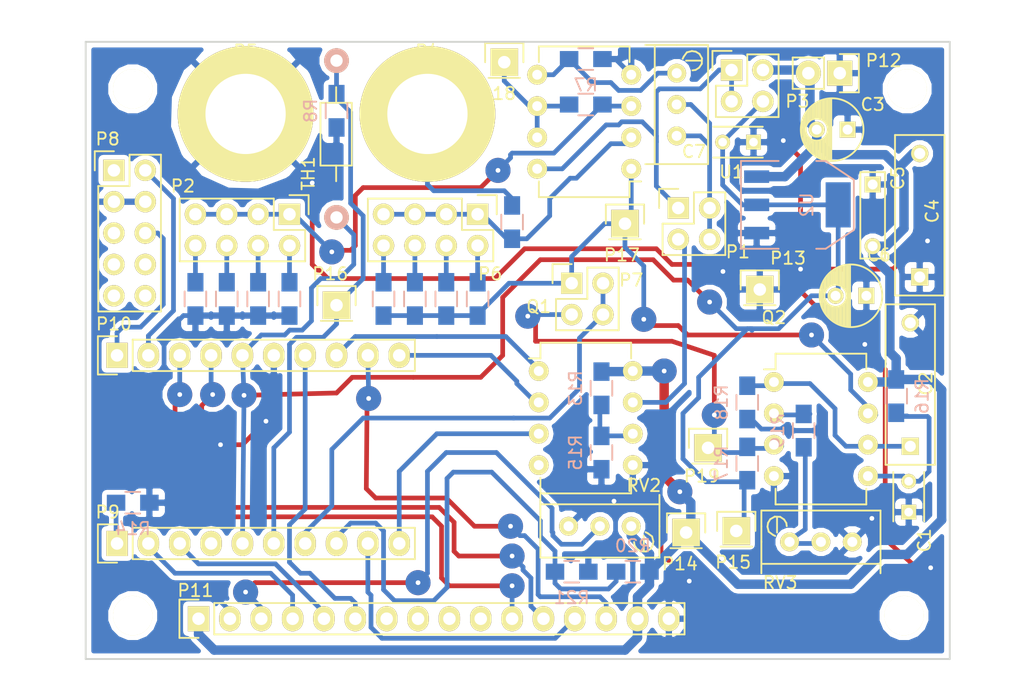
<source format=kicad_pcb>
(kicad_pcb (version 4) (host pcbnew 4.0.3-stable)
  (layers (0 F.Cu signal) (31 B.Cu signal) (34 B.Paste user) (35 F.Paste user) (36 B.SilkS user) (37 F.SilkS user) (38 B.Mask user) (39 F.Mask user) (44 Edge.Cuts user))
  (net 0 "")
  (net 1 GND)
  (net 2 "Net-(C1-Pad2)")
  (net 3 "Net-(C2-Pad1)")
  (net 4 +5V)
  (net 5 +3V3)
  (net 6 /VCC)
  (net 7 "Net-(P1-Pad2)")
  (net 8 /DAC_OUT)
  (net 9 "Net-(P2-Pad1)")
  (net 10 "Net-(P2-Pad2)")
  (net 11 "Net-(P2-Pad4)")
  (net 12 "Net-(P2-Pad6)")
  (net 13 "Net-(P2-Pad8)")
  (net 14 "Net-(P4-Pad1)")
  (net 15 "Net-(P6-Pad1)")
  (net 16 "Net-(P6-Pad2)")
  (net 17 "Net-(P6-Pad4)")
  (net 18 "Net-(P6-Pad6)")
  (net 19 "Net-(P6-Pad8)")
  (net 20 /MULT_OUT)
  (net 21 /THC_OUT)
  (net 22 /FREQ_OUT)
  (net 23 "Net-(P8-Pad1)")
  (net 24 /SWDIO)
  (net 25 "Net-(P8-Pad5)")
  (net 26 /SWDCLK)
  (net 27 "Net-(P8-Pad7)")
  (net 28 "Net-(P8-Pad8)")
  (net 29 "Net-(P8-Pad9)")
  (net 30 "Net-(P8-Pad10)")
  (net 31 "Net-(P9-Pad1)")
  (net 32 /RS)
  (net 33 /RW)
  (net 34 "Net-(P9-Pad4)")
  (net 35 /THERM_OUT)
  (net 36 /VBAT)
  (net 37 /DB6)
  (net 38 /NSS)
  (net 39 /DB4)
  (net 40 /DB5)
  (net 41 /EN)
  (net 42 /MOSI)
  (net 43 /DB7)
  (net 44 /SCK)
  (net 45 "Net-(P11-Pad3)")
  (net 46 "Net-(P11-Pad7)")
  (net 47 "Net-(P11-Pad8)")
  (net 48 "Net-(P11-Pad9)")
  (net 49 "Net-(P11-Pad10)")
  (net 50 /VREF)
  (net 51 "Net-(Q1-Pad4)")
  (net 52 "Net-(Q1-Pad6)")
  (net 53 "Net-(Q2-Pad2)")
  (net 54 /VREF_IN)
  (net 55 "Net-(R19-Pad2)")
  (module Potentiometers:Potentiometer_Bourns_3296W_3-8Zoll_Inline_ScrewUp (layer F.Cu) (at 120.396 90.043 90)
    (fp_text reference RV2 (at 3.302 1.016 360) (layer F.SilkS))
    (fp_text value 10K)
    (pad 2 thru_hole circle (at 0 -2.54 90) (size 1.524 1.524) (drill 0.8128) (layers *.Cu *.Mask F.SilkS) (net 45 "Net-(P11-Pad3)"))
    (pad 3 thru_hole circle (at 0 -5.08 90) (size 1.524 1.524) (drill 0.8128) (layers *.Cu *.Mask F.SilkS) (net 1 GND))
    (pad 1 thru_hole circle (at 0 0 90) (size 1.524 1.524) (drill 0.8128) (layers *.Cu *.Mask F.SilkS) (net 4 +5V) (clearance 0.2032))
  )
  (module Capacitors_ThroughHole:C_Rect_L13_W4_P10 (layer F.Cu) (at 143.002 83.566 90)
    (fp_text reference C2 (at 5.08 1.27 90) (layer F.SilkS))
    (fp_text value 100nF)
    (pad 1 thru_hole rect (at 0 0 90) (size 1.4 1.4) (drill 0.9) (layers *.Cu *.Mask F.SilkS) (net 3 "Net-(C2-Pad1)"))
    (pad 2 thru_hole circle (at 10 0 90) (size 1.4 1.4) (drill 0.9) (layers *.Cu *.Mask F.SilkS) (net 1 GND))
  )
  (module Capacitors_ThroughHole:C_Rect_L13_W4_P10 (layer F.Cu) (at 143.764 69.85 90)
    (fp_text reference C4 (at 5.334 1.016 90) (layer F.SilkS))
    (fp_text value 100nF)
    (pad 1 thru_hole rect (at 0 0 90) (size 1.4 1.4) (drill 0.9) (layers *.Cu *.Mask F.SilkS) (net 1 GND))
    (pad 2 thru_hole circle (at 10 0 90) (size 1.4 1.4) (drill 0.9) (layers *.Cu *.Mask F.SilkS) (net 4 +5V))
  )
  (module Capacitors_ThroughHole:C_Radial_D5_L6_P2.5 (layer F.Cu) (at 139.446 71.374 180)
    (fp_text reference C6 (at -1.016 3.302 180) (layer F.SilkS))
    (fp_text value 20uF)
    (pad 1 thru_hole rect (at 0 0 180) (size 1.3 1.3) (drill 0.8) (layers *.Cu *.Mask F.SilkS) (net 1 GND))
    (pad 2 thru_hole circle (at 2.5 0 180) (size 1.3 1.3) (drill 0.8) (layers *.Cu *.Mask F.SilkS) (net 5 +3V3))
  )
  (module Pin_Headers:Pin_Header_Straight_2x02 (layer F.Cu) (at 124.206 64.262)
    (fp_text reference P1 (at 4.826 3.556) (layer F.SilkS))
    (fp_text value CONN_VREF)
    (pad 1 thru_hole rect (at 0 0) (size 1.7272 1.7272) (drill 1.016) (layers *.Cu *.Mask F.SilkS) (net 6 /VCC))
    (pad 2 thru_hole oval (at 2.54 0) (size 1.7272 1.7272) (drill 1.016) (layers *.Cu *.Mask F.SilkS) (net 7 "Net-(P1-Pad2)"))
    (pad 3 thru_hole oval (at 0 2.54) (size 1.7272 1.7272) (drill 1.016) (layers *.Cu *.Mask F.SilkS) (net 8 /DAC_OUT))
    (pad 4 thru_hole oval (at 2.54 2.54) (size 1.7272 1.7272) (drill 1.016) (layers *.Cu *.Mask F.SilkS) (net 7 "Net-(P1-Pad2)"))
  )
  (module Pin_Headers:Pin_Header_Straight_2x04 (layer F.Cu) (at 92.71 64.77 270)
    (fp_text reference P2 (at -2.286 8.636 360) (layer F.SilkS))
    (fp_text value CONN_DIFF_POS)
    (pad 1 thru_hole rect (at 0 0 270) (size 1.7272 1.7272) (drill 1.016) (layers *.Cu *.Mask F.SilkS) (net 9 "Net-(P2-Pad1)"))
    (pad 2 thru_hole oval (at 2.54 0 270) (size 1.7272 1.7272) (drill 1.016) (layers *.Cu *.Mask F.SilkS) (net 10 "Net-(P2-Pad2)"))
    (pad 3 thru_hole oval (at 0 2.54 270) (size 1.7272 1.7272) (drill 1.016) (layers *.Cu *.Mask F.SilkS) (net 9 "Net-(P2-Pad1)"))
    (pad 4 thru_hole oval (at 2.54 2.54 270) (size 1.7272 1.7272) (drill 1.016) (layers *.Cu *.Mask F.SilkS) (net 11 "Net-(P2-Pad4)"))
    (pad 5 thru_hole oval (at 0 5.08 270) (size 1.7272 1.7272) (drill 1.016) (layers *.Cu *.Mask F.SilkS) (net 9 "Net-(P2-Pad1)"))
    (pad 6 thru_hole oval (at 2.54 5.08 270) (size 1.7272 1.7272) (drill 1.016) (layers *.Cu *.Mask F.SilkS) (net 12 "Net-(P2-Pad6)"))
    (pad 7 thru_hole oval (at 0 7.62 270) (size 1.7272 1.7272) (drill 1.016) (layers *.Cu *.Mask F.SilkS) (net 9 "Net-(P2-Pad1)"))
    (pad 8 thru_hole oval (at 2.54 7.62 270) (size 1.7272 1.7272) (drill 1.016) (layers *.Cu *.Mask F.SilkS) (net 13 "Net-(P2-Pad8)"))
  )
  (module Pin_Headers:Pin_Header_Straight_2x02 (layer F.Cu) (at 128.524 53.086)
    (fp_text reference P3 (at 5.334 2.54) (layer F.SilkS))
    (fp_text value CONN_VCC)
    (pad 1 thru_hole rect (at 0 0) (size 1.7272 1.7272) (drill 1.016) (layers *.Cu *.Mask F.SilkS) (net 6 /VCC))
    (pad 2 thru_hole oval (at 2.54 0) (size 1.7272 1.7272) (drill 1.016) (layers *.Cu *.Mask F.SilkS) (net 4 +5V))
    (pad 3 thru_hole oval (at 0 2.54) (size 1.7272 1.7272) (drill 1.016) (layers *.Cu *.Mask F.SilkS) (net 6 /VCC))
    (pad 4 thru_hole oval (at 2.54 2.54) (size 1.7272 1.7272) (drill 1.016) (layers *.Cu *.Mask F.SilkS) (net 5 +3V3))
  )
  (module Wire_Pads:SolderWirePad_single_2-5mmDrill (layer F.Cu) (at 103.886 56.642)
    (fp_text reference P4 (at 0 -5.08) (layer F.SilkS))
    (fp_text value THC_POS)
    (pad 1 thru_hole circle (at 0 0) (size 11 11) (drill 6.5) (layers *.Cu *.Mask F.SilkS) (net 14 "Net-(P4-Pad1)"))
  )
  (module Wire_Pads:SolderWirePad_single_2-5mmDrill (layer F.Cu) (at 89.154 56.642)
    (fp_text reference P5 (at 0 -5.08) (layer F.SilkS))
    (fp_text value THC_NEG)
    (pad 1 thru_hole circle (at 0 0) (size 11 11) (drill 6.5) (layers *.Cu *.Mask F.SilkS) (net 1 GND))
  )
  (module Pin_Headers:Pin_Header_Straight_2x04 (layer F.Cu) (at 107.95 64.77 270)
    (fp_text reference P6 (at 4.826 -1.016 360) (layer F.SilkS))
    (fp_text value CONN_DIFF_NEG)
    (pad 1 thru_hole rect (at 0 0 270) (size 1.7272 1.7272) (drill 1.016) (layers *.Cu *.Mask F.SilkS) (net 15 "Net-(P6-Pad1)"))
    (pad 2 thru_hole oval (at 2.54 0 270) (size 1.7272 1.7272) (drill 1.016) (layers *.Cu *.Mask F.SilkS) (net 16 "Net-(P6-Pad2)"))
    (pad 3 thru_hole oval (at 0 2.54 270) (size 1.7272 1.7272) (drill 1.016) (layers *.Cu *.Mask F.SilkS) (net 15 "Net-(P6-Pad1)"))
    (pad 4 thru_hole oval (at 2.54 2.54 270) (size 1.7272 1.7272) (drill 1.016) (layers *.Cu *.Mask F.SilkS) (net 17 "Net-(P6-Pad4)"))
    (pad 5 thru_hole oval (at 0 5.08 270) (size 1.7272 1.7272) (drill 1.016) (layers *.Cu *.Mask F.SilkS) (net 15 "Net-(P6-Pad1)"))
    (pad 6 thru_hole oval (at 2.54 5.08 270) (size 1.7272 1.7272) (drill 1.016) (layers *.Cu *.Mask F.SilkS) (net 18 "Net-(P6-Pad6)"))
    (pad 7 thru_hole oval (at 0 7.62 270) (size 1.7272 1.7272) (drill 1.016) (layers *.Cu *.Mask F.SilkS) (net 15 "Net-(P6-Pad1)"))
    (pad 8 thru_hole oval (at 2.54 7.62 270) (size 1.7272 1.7272) (drill 1.016) (layers *.Cu *.Mask F.SilkS) (net 19 "Net-(P6-Pad8)"))
  )
  (module Pin_Headers:Pin_Header_Straight_2x02 (layer F.Cu) (at 115.57 70.358)
    (fp_text reference P7 (at 4.826 -0.254) (layer F.SilkS))
    (fp_text value CONN_SIGNAL)
    (pad 1 thru_hole rect (at 0 0) (size 1.7272 1.7272) (drill 1.016) (layers *.Cu *.Mask F.SilkS) (net 20 /MULT_OUT))
    (pad 2 thru_hole oval (at 2.54 0) (size 1.7272 1.7272) (drill 1.016) (layers *.Cu *.Mask F.SilkS) (net 21 /THC_OUT))
    (pad 3 thru_hole oval (at 0 2.54) (size 1.7272 1.7272) (drill 1.016) (layers *.Cu *.Mask F.SilkS) (net 22 /FREQ_OUT))
    (pad 4 thru_hole oval (at 2.54 2.54) (size 1.7272 1.7272) (drill 1.016) (layers *.Cu *.Mask F.SilkS) (net 21 /THC_OUT))
  )
  (module Pin_Headers:Pin_Header_Straight_2x05 (layer F.Cu) (at 78.486 61.214)
    (fp_text reference P8 (at -0.508 -2.54) (layer F.SilkS))
    (fp_text value CONN_SWD)
    (pad 1 thru_hole rect (at 0 0) (size 1.7272 1.7272) (drill 1.016) (layers *.Cu *.Mask F.SilkS) (net 23 "Net-(P8-Pad1)"))
    (pad 2 thru_hole oval (at 2.54 0) (size 1.7272 1.7272) (drill 1.016) (layers *.Cu *.Mask F.SilkS) (net 24 /SWDIO))
    (pad 3 thru_hole oval (at 0 2.54) (size 1.7272 1.7272) (drill 1.016) (layers *.Cu *.Mask F.SilkS) (net 1 GND))
    (pad 4 thru_hole oval (at 2.54 2.54) (size 1.7272 1.7272) (drill 1.016) (layers *.Cu *.Mask F.SilkS) (net 1 GND))
    (pad 5 thru_hole oval (at 0 5.08) (size 1.7272 1.7272) (drill 1.016) (layers *.Cu *.Mask F.SilkS) (net 25 "Net-(P8-Pad5)"))
    (pad 6 thru_hole oval (at 2.54 5.08) (size 1.7272 1.7272) (drill 1.016) (layers *.Cu *.Mask F.SilkS) (net 26 /SWDCLK))
    (pad 7 thru_hole oval (at 0 7.62) (size 1.7272 1.7272) (drill 1.016) (layers *.Cu *.Mask F.SilkS) (net 27 "Net-(P8-Pad7)"))
    (pad 8 thru_hole oval (at 2.54 7.62) (size 1.7272 1.7272) (drill 1.016) (layers *.Cu *.Mask F.SilkS) (net 28 "Net-(P8-Pad8)"))
    (pad 9 thru_hole oval (at 0 10.16) (size 1.7272 1.7272) (drill 1.016) (layers *.Cu *.Mask F.SilkS) (net 29 "Net-(P8-Pad9)"))
    (pad 10 thru_hole oval (at 2.54 10.16) (size 1.7272 1.7272) (drill 1.016) (layers *.Cu *.Mask F.SilkS) (net 30 "Net-(P8-Pad10)"))
  )
  (module Pin_Headers:Pin_Header_Straight_1x02 (layer F.Cu) (at 137.287 53.34 270)
    (fp_text reference P12 (at -1.016 -3.556 360) (layer F.SilkS))
    (fp_text value CONN_BAT)
    (pad 1 thru_hole rect (at 0 0 270) (size 2.032 2.032) (drill 1.016) (layers *.Cu *.Mask F.SilkS) (net 1 GND))
    (pad 2 thru_hole oval (at 0 2.54 270) (size 2.032 2.032) (drill 1.016) (layers *.Cu *.Mask F.SilkS) (net 4 +5V))
  )
  (module Pin_Headers:Pin_Header_Straight_1x01 (layer F.Cu) (at 130.81 70.866)
    (fp_text reference P13 (at 2.286 -2.54) (layer F.SilkS))
    (fp_text value TP_GND)
    (pad 1 thru_hole rect (at 0 0) (size 2.2352 2.2352) (drill 1.016) (layers *.Cu *.Mask F.SilkS) (net 1 GND))
  )
  (module Pin_Headers:Pin_Header_Straight_1x01 (layer F.Cu) (at 124.841 90.551)
    (fp_text reference P14 (at -0.508 2.54) (layer F.SilkS))
    (fp_text value TP_5V)
    (pad 1 thru_hole rect (at 0 0) (size 2.2352 2.2352) (drill 1.016) (layers *.Cu *.Mask F.SilkS) (net 4 +5V))
  )
  (module Pin_Headers:Pin_Header_Straight_1x01 (layer F.Cu) (at 128.905 90.424)
    (fp_text reference P15 (at -0.254 2.54) (layer F.SilkS))
    (fp_text value TP_3V)
    (pad 1 thru_hole rect (at 0 0) (size 2.2352 2.2352) (drill 1.016) (layers *.Cu *.Mask F.SilkS) (net 5 +3V3))
  )
  (module Pin_Headers:Pin_Header_Straight_1x01 (layer F.Cu) (at 96.52 72.136)
    (fp_text reference P16 (at -0.508 -2.54) (layer F.SilkS))
    (fp_text value TP_THERM_OUT)
    (pad 1 thru_hole rect (at 0 0) (size 2.2352 2.2352) (drill 1.016) (layers *.Cu *.Mask F.SilkS) (net 35 /THERM_OUT))
  )
  (module Pin_Headers:Pin_Header_Straight_1x01 (layer F.Cu) (at 119.888 65.532)
    (fp_text reference P17 (at -0.254 2.54) (layer F.SilkS))
    (fp_text value TP_MULT_OUT)
    (pad 1 thru_hole rect (at 0 0) (size 2.2352 2.2352) (drill 1.016) (layers *.Cu *.Mask F.SilkS) (net 20 /MULT_OUT))
  )
  (module Housings_DIP:DIP-8_W7.62mm (layer F.Cu) (at 112.903 77.47)
    (fp_text reference Q1 (at 0 -5.22) (layer F.SilkS))
    (fp_text value TLC5615)
    (pad 1 thru_hole oval (at 0 0) (size 1.6 1.6) (drill 0.8) (layers *.Cu *.Mask F.SilkS) (net 42 /MOSI))
    (pad 2 thru_hole oval (at 0 2.54) (size 1.6 1.6) (drill 0.8) (layers *.Cu *.Mask F.SilkS) (net 44 /SCK))
    (pad 3 thru_hole oval (at 0 5.08) (size 1.6 1.6) (drill 0.8) (layers *.Cu *.Mask F.SilkS) (net 38 /NSS))
    (pad 4 thru_hole oval (at 0 7.62) (size 1.6 1.6) (drill 0.8) (layers *.Cu *.Mask F.SilkS) (net 51 "Net-(Q1-Pad4)"))
    (pad 5 thru_hole oval (at 7.62 7.62) (size 1.6 1.6) (drill 0.8) (layers *.Cu *.Mask F.SilkS) (net 1 GND))
    (pad 6 thru_hole oval (at 7.62 5.08) (size 1.6 1.6) (drill 0.8) (layers *.Cu *.Mask F.SilkS) (net 52 "Net-(Q1-Pad6)"))
    (pad 7 thru_hole oval (at 7.62 2.54) (size 1.6 1.6) (drill 0.8) (layers *.Cu *.Mask F.SilkS) (net 8 /DAC_OUT))
    (pad 8 thru_hole oval (at 7.62 0) (size 1.6 1.6) (drill 0.8) (layers *.Cu *.Mask F.SilkS) (net 4 +5V))
  )
  (module Housings_DIP:DIP-8_W7.62mm (layer F.Cu) (at 131.953 78.359)
    (fp_text reference Q2 (at 0 -5.22) (layer F.SilkS))
    (fp_text value LM331)
    (pad 1 thru_hole oval (at 0 0) (size 1.6 1.6) (drill 0.8) (layers *.Cu *.Mask F.SilkS) (net 3 "Net-(C2-Pad1)"))
    (pad 2 thru_hole oval (at 0 2.54) (size 1.6 1.6) (drill 0.8) (layers *.Cu *.Mask F.SilkS) (net 53 "Net-(Q2-Pad2)"))
    (pad 3 thru_hole oval (at 0 5.08) (size 1.6 1.6) (drill 0.8) (layers *.Cu *.Mask F.SilkS) (net 22 /FREQ_OUT))
    (pad 4 thru_hole oval (at 0 7.62) (size 1.6 1.6) (drill 0.8) (layers *.Cu *.Mask F.SilkS) (net 1 GND))
    (pad 5 thru_hole oval (at 7.62 7.62) (size 1.6 1.6) (drill 0.8) (layers *.Cu *.Mask F.SilkS) (net 2 "Net-(C1-Pad2)"))
    (pad 6 thru_hole oval (at 7.62 5.08) (size 1.6 1.6) (drill 0.8) (layers *.Cu *.Mask F.SilkS) (net 3 "Net-(C2-Pad1)"))
    (pad 7 thru_hole oval (at 7.62 2.54) (size 1.6 1.6) (drill 0.8) (layers *.Cu *.Mask F.SilkS) (net 20 /MULT_OUT))
    (pad 8 thru_hole oval (at 7.62 0) (size 1.6 1.6) (drill 0.8) (layers *.Cu *.Mask F.SilkS) (net 4 +5V))
  )
  (module Resistors_SMD:R_0805_HandSoldering (layer B.Cu) (at 92.71 71.628 90)
    (fp_text reference R1 hide)
    (fp_text value 470K)
    (pad 1 smd rect (at -1.35 0 90) (size 1.5 1.3) (layers B.Cu B.Paste B.Mask) (net 1 GND))
    (pad 2 smd rect (at 1.35 0 90) (size 1.5 1.3) (layers B.Cu B.Paste B.Mask) (net 10 "Net-(P2-Pad2)"))
  )
  (module Resistors_SMD:R_0805_HandSoldering (layer B.Cu) (at 90.17 71.628 90)
    (fp_text reference R2 hide)
    (fp_text value 680K)
    (pad 1 smd rect (at -1.35 0 90) (size 1.5 1.3) (layers B.Cu B.Paste B.Mask) (net 1 GND))
    (pad 2 smd rect (at 1.35 0 90) (size 1.5 1.3) (layers B.Cu B.Paste B.Mask) (net 11 "Net-(P2-Pad4)"))
  )
  (module Resistors_SMD:R_0805_HandSoldering (layer B.Cu) (at 87.63 71.628 90)
    (fp_text reference R3 hide)
    (fp_text value 820K)
    (pad 1 smd rect (at -1.35 0 90) (size 1.5 1.3) (layers B.Cu B.Paste B.Mask) (net 1 GND))
    (pad 2 smd rect (at 1.35 0 90) (size 1.5 1.3) (layers B.Cu B.Paste B.Mask) (net 12 "Net-(P2-Pad6)"))
  )
  (module Resistors_SMD:R_0805_HandSoldering (layer B.Cu) (at 85.09 71.628 90)
    (fp_text reference R4 hide)
    (fp_text value 910K)
    (pad 1 smd rect (at -1.35 0 90) (size 1.5 1.3) (layers B.Cu B.Paste B.Mask) (net 1 GND))
    (pad 2 smd rect (at 1.35 0 90) (size 1.5 1.3) (layers B.Cu B.Paste B.Mask) (net 13 "Net-(P2-Pad8)"))
  )
  (module Resistors_SMD:R_0805_HandSoldering (layer B.Cu) (at 116.713 55.88 180)
    (fp_text reference R5 hide)
    (fp_text value 10K)
    (pad 1 smd rect (at -1.35 0 180) (size 1.5 1.3) (layers B.Cu B.Paste B.Mask) (net 9 "Net-(P2-Pad1)"))
    (pad 2 smd rect (at 1.35 0 180) (size 1.5 1.3) (layers B.Cu B.Paste B.Mask) (net 50 /VREF))
  )
  (module Resistors_SMD:R_0805_HandSoldering (layer B.Cu) (at 110.744 65.405 90)
    (fp_text reference R6 hide)
    (fp_text value 10K)
    (pad 1 smd rect (at -1.35 0 90) (size 1.5 1.3) (layers B.Cu B.Paste B.Mask) (net 15 "Net-(P6-Pad1)"))
    (pad 2 smd rect (at 1.35 0 90) (size 1.5 1.3) (layers B.Cu B.Paste B.Mask) (net 14 "Net-(P4-Pad1)"))
  )
  (module Resistors_SMD:R_0805_HandSoldering (layer B.Cu) (at 116.713 52.197)
    (fp_text reference R7 (at 0 2.1) (layer B.SilkS) (effects (justify mirror)))
    (fp_text value 1K)
    (pad 1 smd rect (at -1.35 0) (size 1.5 1.3) (layers B.Cu B.Paste B.Mask) (net 54 /VREF_IN))
    (pad 2 smd rect (at 1.35 0) (size 1.5 1.3) (layers B.Cu B.Paste B.Mask) (net 1 GND))
  )
  (module Resistors_SMD:R_0805_HandSoldering (layer B.Cu) (at 96.52 56.388 270)
    (fp_text reference R8 (at 0 2.1 270) (layer B.SilkS) (effects (justify mirror)))
    (fp_text value 100K)
    (pad 1 smd rect (at -1.35 0 270) (size 1.5 1.3) (layers B.Cu B.Paste B.Mask) (net 35 /THERM_OUT))
    (pad 2 smd rect (at 1.35 0 270) (size 1.5 1.3) (layers B.Cu B.Paste B.Mask) (net 1 GND))
  )
  (module Resistors_SMD:R_0805_HandSoldering (layer B.Cu) (at 107.95 71.628 90)
    (fp_text reference R9 hide)
    (fp_text value 470K)
    (pad 1 smd rect (at -1.35 0 90) (size 1.5 1.3) (layers B.Cu B.Paste B.Mask) (net 20 /MULT_OUT))
    (pad 2 smd rect (at 1.35 0 90) (size 1.5 1.3) (layers B.Cu B.Paste B.Mask) (net 16 "Net-(P6-Pad2)"))
  )
  (module Resistors_SMD:R_0805_HandSoldering (layer B.Cu) (at 105.41 71.628 90)
    (fp_text reference R10 hide)
    (fp_text value 680K)
    (pad 1 smd rect (at -1.35 0 90) (size 1.5 1.3) (layers B.Cu B.Paste B.Mask) (net 20 /MULT_OUT))
    (pad 2 smd rect (at 1.35 0 90) (size 1.5 1.3) (layers B.Cu B.Paste B.Mask) (net 17 "Net-(P6-Pad4)"))
  )
  (module Resistors_SMD:R_0805_HandSoldering (layer B.Cu) (at 102.87 71.628 90)
    (fp_text reference R11 hide)
    (fp_text value 820K)
    (pad 1 smd rect (at -1.35 0 90) (size 1.5 1.3) (layers B.Cu B.Paste B.Mask) (net 20 /MULT_OUT))
    (pad 2 smd rect (at 1.35 0 90) (size 1.5 1.3) (layers B.Cu B.Paste B.Mask) (net 18 "Net-(P6-Pad6)"))
  )
  (module Resistors_SMD:R_0805_HandSoldering (layer B.Cu) (at 100.33 71.628 90)
    (fp_text reference R12 hide)
    (fp_text value 910K)
    (pad 1 smd rect (at -1.35 0 90) (size 1.5 1.3) (layers B.Cu B.Paste B.Mask) (net 20 /MULT_OUT))
    (pad 2 smd rect (at 1.35 0 90) (size 1.5 1.3) (layers B.Cu B.Paste B.Mask) (net 19 "Net-(P6-Pad8)"))
  )
  (module Resistors_SMD:R_0805_HandSoldering (layer B.Cu) (at 117.983 78.867 270)
    (fp_text reference R13 (at 0 2.1 270) (layer B.SilkS) (effects (justify mirror)))
    (fp_text value 75K)
    (pad 1 smd rect (at -1.35 0 270) (size 1.5 1.3) (layers B.Cu B.Paste B.Mask) (net 4 +5V))
    (pad 2 smd rect (at 1.35 0 270) (size 1.5 1.3) (layers B.Cu B.Paste B.Mask) (net 52 "Net-(Q1-Pad6)"))
  )
  (module Resistors_SMD:R_0805_HandSoldering (layer B.Cu) (at 80.01 88.138)
    (fp_text reference R14 (at 0 2.1) (layer B.SilkS) (effects (justify mirror)))
    (fp_text value 3.6K)
    (pad 1 smd rect (at -1.35 0) (size 1.5 1.3) (layers B.Cu B.Paste B.Mask) (net 31 "Net-(P9-Pad1)"))
    (pad 2 smd rect (at 1.35 0) (size 1.5 1.3) (layers B.Cu B.Paste B.Mask) (net 1 GND))
  )
  (module Resistors_SMD:R_0805_HandSoldering (layer B.Cu) (at 117.983 84.074 270)
    (fp_text reference R15 (at 0 2.1 270) (layer B.SilkS) (effects (justify mirror)))
    (fp_text value 50K)
    (pad 1 smd rect (at -1.35 0 270) (size 1.5 1.3) (layers B.Cu B.Paste B.Mask) (net 52 "Net-(Q1-Pad6)"))
    (pad 2 smd rect (at 1.35 0 270) (size 1.5 1.3) (layers B.Cu B.Paste B.Mask) (net 1 GND))
  )
  (module Resistors_SMD:R_0805_HandSoldering (layer B.Cu) (at 141.859 79.502 90)
    (fp_text reference R16 (at 0 2.1 90) (layer B.SilkS) (effects (justify mirror)))
    (fp_text value 6.8K)
    (pad 1 smd rect (at -1.35 0 90) (size 1.5 1.3) (layers B.Cu B.Paste B.Mask) (net 2 "Net-(C1-Pad2)"))
    (pad 2 smd rect (at 1.35 0 90) (size 1.5 1.3) (layers B.Cu B.Paste B.Mask) (net 4 +5V))
  )
  (module Resistors_SMD:R_0805_HandSoldering (layer B.Cu) (at 129.794 84.963 270)
    (fp_text reference R17 (at 0 2.1 270) (layer B.SilkS) (effects (justify mirror)))
    (fp_text value 12K)
    (pad 1 smd rect (at -1.35 0 270) (size 1.5 1.3) (layers B.Cu B.Paste B.Mask) (net 22 /FREQ_OUT))
    (pad 2 smd rect (at 1.35 0 270) (size 1.5 1.3) (layers B.Cu B.Paste B.Mask) (net 5 +3V3))
  )
  (module Resistors_SMD:R_0805_HandSoldering (layer B.Cu) (at 129.794 80.01 270)
    (fp_text reference R18 (at 0 2.1 270) (layer B.SilkS) (effects (justify mirror)))
    (fp_text value 100K)
    (pad 1 smd rect (at -1.35 0 270) (size 1.5 1.3) (layers B.Cu B.Paste B.Mask) (net 3 "Net-(C2-Pad1)"))
    (pad 2 smd rect (at 1.35 0 270) (size 1.5 1.3) (layers B.Cu B.Paste B.Mask) (net 1 GND))
  )
  (module Resistors_SMD:R_0805_HandSoldering (layer B.Cu) (at 134.366 82.296 270)
    (fp_text reference R19 (at 0 2.1 270) (layer B.SilkS) (effects (justify mirror)))
    (fp_text value 10K)
    (pad 1 smd rect (at -1.35 0 270) (size 1.5 1.3) (layers B.Cu B.Paste B.Mask) (net 53 "Net-(Q2-Pad2)"))
    (pad 2 smd rect (at 1.35 0 270) (size 1.5 1.3) (layers B.Cu B.Paste B.Mask) (net 55 "Net-(R19-Pad2)"))
  )
  (module Resistors_SMD:R_0805_HandSoldering (layer B.Cu) (at 120.523 93.726 180)
    (fp_text reference R20 (at 0 2.1 180) (layer B.SilkS) (effects (justify mirror)))
    (fp_text value 100K)
    (pad 1 smd rect (at -1.35 0 180) (size 1.5 1.3) (layers B.Cu B.Paste B.Mask) (net 4 +5V))
    (pad 2 smd rect (at 1.35 0 180) (size 1.5 1.3) (layers B.Cu B.Paste B.Mask) (net 36 /VBAT))
  )
  (module Resistors_SMD:R_0805_HandSoldering (layer B.Cu) (at 115.57 93.726)
    (fp_text reference R21 (at 0 2.1) (layer B.SilkS) (effects (justify mirror)))
    (fp_text value 100K)
    (pad 1 smd rect (at -1.35 0) (size 1.5 1.3) (layers B.Cu B.Paste B.Mask) (net 36 /VBAT))
    (pad 2 smd rect (at 1.35 0) (size 1.5 1.3) (layers B.Cu B.Paste B.Mask) (net 1 GND))
  )
  (module Potentiometers:Potentiometer_Bourns_3296W_3-8Zoll_Inline_ScrewUp (layer F.Cu) (at 124.079 53.34 180)
    (fp_text reference RV1 hide)
    (fp_text value 100K)
    (pad 2 thru_hole circle (at 0 -2.54 180) (size 1.524 1.524) (drill 0.8128) (layers *.Cu *.Mask F.SilkS) (net 7 "Net-(P1-Pad2)"))
    (pad 3 thru_hole circle (at 0 -5.08 180) (size 1.524 1.524) (drill 0.8128) (layers *.Cu *.Mask F.SilkS) (net 7 "Net-(P1-Pad2)"))
    (pad 1 thru_hole circle (at 0 0 180) (size 1.524 1.524) (drill 0.8128) (layers *.Cu *.Mask F.SilkS) (net 54 /VREF_IN))
  )
  (module Potentiometers:Potentiometer_Bourns_3296W_3-8Zoll_Inline_ScrewUp (layer F.Cu) (at 133.223 91.313 270)
    (fp_text reference RV3 (at 3.302 0.762 360) (layer F.SilkS))
    (fp_text value 10K)
    (pad 2 thru_hole circle (at 0 -2.54 270) (size 1.524 1.524) (drill 0.8128) (layers *.Cu *.Mask F.SilkS) (net 55 "Net-(R19-Pad2)"))
    (pad 3 thru_hole circle (at 0 -5.08 270) (size 1.524 1.524) (drill 0.8128) (layers *.Cu *.Mask F.SilkS) (net 1 GND))
    (pad 1 thru_hole circle (at 0 0 270) (size 1.524 1.524) (drill 0.8128) (layers *.Cu *.Mask F.SilkS) (net 55 "Net-(R19-Pad2)"))
  )
  (module resistor-th:Resistor_Horizontal_RM12mm (layer F.Cu) (at 96.52 65.024 90)
    (fp_text reference TH1 (at 3.556 -2.286 90) (layer F.SilkS))
    (fp_text value THERMISTOR hide)
    (pad 1 thru_hole circle (at 0 0 90) (size 1.99898 1.99898) (drill 1.00076) (layers *.Cu *.SilkS *.Mask) (net 5 +3V3))
    (pad 2 thru_hole circle (at 12.7 0 90) (size 1.99898 1.99898) (drill 1.00076) (layers *.Cu *.SilkS *.Mask) (net 35 /THERM_OUT))
  )
  (module Housings_DIP:DIP-8_W7.62mm (layer F.Cu) (at 120.396 61.087 180)
    (fp_text reference U1 (at -8.128 -0.254 180) (layer F.SilkS))
    (fp_text value LM358N)
    (pad 1 thru_hole oval (at 0 0 180) (size 1.6 1.6) (drill 0.8) (layers *.Cu *.Mask F.SilkS) (net 20 /MULT_OUT))
    (pad 2 thru_hole oval (at 0 2.54 180) (size 1.6 1.6) (drill 0.8) (layers *.Cu *.Mask F.SilkS) (net 15 "Net-(P6-Pad1)"))
    (pad 3 thru_hole oval (at 0 5.08 180) (size 1.6 1.6) (drill 0.8) (layers *.Cu *.Mask F.SilkS) (net 9 "Net-(P2-Pad1)"))
    (pad 4 thru_hole oval (at 0 7.62 180) (size 1.6 1.6) (drill 0.8) (layers *.Cu *.Mask F.SilkS) (net 1 GND))
    (pad 5 thru_hole oval (at 7.62 7.62 180) (size 1.6 1.6) (drill 0.8) (layers *.Cu *.Mask F.SilkS) (net 54 /VREF_IN))
    (pad 6 thru_hole oval (at 7.62 5.08 180) (size 1.6 1.6) (drill 0.8) (layers *.Cu *.Mask F.SilkS) (net 50 /VREF))
    (pad 7 thru_hole oval (at 7.62 2.54 180) (size 1.6 1.6) (drill 0.8) (layers *.Cu *.Mask F.SilkS) (net 50 /VREF))
    (pad 8 thru_hole oval (at 7.62 0 180) (size 1.6 1.6) (drill 0.8) (layers *.Cu *.Mask F.SilkS) (net 6 /VCC))
  )
  (module TO_SOT_Packages_SMD:SOT-223 (layer B.Cu) (at 133.858 64.008 90)
    (fp_text reference U2 (at 0 0.762 90) (layer B.SilkS) (effects (justify mirror)))
    (fp_text value LM1117-3.3)
    (pad 4 smd rect (at 0 3.302 90) (size 3.6576 2.032) (layers B.Cu B.Paste B.Mask) (net 5 +3V3))
    (pad 2 smd rect (at 0 -3.302 90) (size 1.016 2.032) (layers B.Cu B.Paste B.Mask) (net 5 +3V3))
    (pad 3 smd rect (at 2.286 -3.302 90) (size 1.016 2.032) (layers B.Cu B.Paste B.Mask) (net 4 +5V))
    (pad 1 smd rect (at -2.286 -3.302 90) (size 1.016 2.032) (layers B.Cu B.Paste B.Mask) (net 1 GND))
  )
  (module Pin_Headers:Pin_Header_Straight_1x01 (layer F.Cu) (at 110.109 52.451)
    (fp_text reference P18 (at -0.508 2.54) (layer F.SilkS))
    (fp_text value TP_VREF)
    (pad 1 thru_hole rect (at 0 0) (size 2.2352 2.2352) (drill 1.016) (layers *.Cu *.Mask F.SilkS) (net 50 /VREF))
  )
  (module Pin_Headers:Pin_Header_Straight_1x01 (layer F.Cu) (at 126.619 83.693)
    (fp_text reference P19 (at -0.508 2.286) (layer F.SilkS))
    (fp_text value TP_FREQ_OUT)
    (pad 1 thru_hole rect (at 0 0) (size 2.2352 2.2352) (drill 1.016) (layers *.Cu *.Mask F.SilkS) (net 22 /FREQ_OUT))
  )
  (module Capacitors_ThroughHole:C_Rect_L4_W2.5_P2.5 (layer F.Cu) (at 142.875 88.9 90)
    (fp_text reference C1 (at -2.286 1.27 90) (layer F.SilkS))
    (fp_text value 1nF)
    (pad 1 thru_hole rect (at 0 0 90) (size 1.2 1.2) (drill 0.7) (layers *.Cu *.Mask F.SilkS) (net 1 GND))
    (pad 2 thru_hole circle (at 2.5 0 90) (size 1.2 1.2) (drill 0.7) (layers *.Cu *.Mask F.SilkS) (net 2 "Net-(C1-Pad2)"))
  )
  (module Capacitors_ThroughHole:C_Radial_D5_L6_P2.5 (layer F.Cu) (at 137.922 57.912 180)
    (fp_text reference C3 (at -2.032 2.032 180) (layer F.SilkS))
    (fp_text value 220uF)
    (pad 1 thru_hole rect (at 0 0 180) (size 1.3 1.3) (drill 0.8) (layers *.Cu *.Mask F.SilkS) (net 1 GND))
    (pad 2 thru_hole circle (at 2.5 0 180) (size 1.3 1.3) (drill 0.8) (layers *.Cu *.Mask F.SilkS) (net 4 +5V))
  )
  (module Capacitors_ThroughHole:C_Rect_L7_W2_P5 (layer F.Cu) (at 139.954 62.357 270)
    (fp_text reference C5 (at -0.508 -2.032 270) (layer F.SilkS))
    (fp_text value 104pF)
    (pad 1 thru_hole rect (at 0 0 270) (size 1.3 1.3) (drill 0.8) (layers *.Cu *.Mask F.SilkS) (net 1 GND))
    (pad 2 thru_hole circle (at 5 0 270) (size 1.3 1.3) (drill 0.8) (layers *.Cu *.Mask F.SilkS) (net 4 +5V))
  )
  (module Capacitors_ThroughHole:C_Rect_L4_W2.5_P2.5 (layer F.Cu) (at 130.302 58.928 180)
    (fp_text reference C7 (at 4.826 -0.762 180) (layer F.SilkS))
    (fp_text value 1nF)
    (pad 1 thru_hole rect (at 0 0 180) (size 1.2 1.2) (drill 0.7) (layers *.Cu *.Mask F.SilkS) (net 1 GND))
    (pad 2 thru_hole circle (at 2.5 0 180) (size 1.2 1.2) (drill 0.7) (layers *.Cu *.Mask F.SilkS) (net 5 +3V3))
  )
  (module Mounting_Holes:MountingHole_3.2mm_M3 (layer F.Cu) (at 80.01 54.61)
    (fp_text reference REF** hide)
    (fp_text value MountingHole_3.2mm_M3)
    (pad 1 np_thru_hole circle (at 0 0) (size 3.2 3.2) (drill 3.2) (layers *.Cu *.Mask F.SilkS))
  )
  (module Mounting_Holes:MountingHole_3.2mm_M3 (layer F.Cu) (at 142.748 54.61)
    (fp_text reference REF** hide)
    (fp_text value MountingHole_3.2mm_M3)
    (pad 1 np_thru_hole circle (at 0 0) (size 3.2 3.2) (drill 3.2) (layers *.Cu *.Mask F.SilkS))
  )
  (module Mounting_Holes:MountingHole_3.2mm_M3 (layer F.Cu) (at 142.494 97.282)
    (fp_text reference REF** hide)
    (fp_text value MountingHole_3.2mm_M3)
    (pad 1 np_thru_hole circle (at 0 0) (size 3.2 3.2) (drill 3.2) (layers *.Cu *.Mask F.SilkS))
  )
  (module Mounting_Holes:MountingHole_3.2mm_M3 (layer F.Cu) (at 80.01 97.282)
    (fp_text reference REF** hide)
    (fp_text value MountingHole_3.2mm_M3)
    (pad 1 np_thru_hole circle (at 0 0) (size 3.2 3.2) (drill 3.2) (layers *.Cu *.Mask F.SilkS))
  )
  (module Socket_Strips:Socket_Strip_Straight_1x10 (layer F.Cu) (at 78.74 91.44)
    (fp_text reference P9 (at -0.762 -2.54) (layer F.SilkS))
    (fp_text value CONN_STM32F030_1_10)
    (pad 1 thru_hole rect (at 0 0) (size 1.7272 2.032) (drill 1.016) (layers *.Cu *.Mask F.SilkS) (net 31 "Net-(P9-Pad1)"))
    (pad 2 thru_hole oval (at 2.54 0) (size 1.7272 2.032) (drill 1.016) (layers *.Cu *.Mask F.SilkS) (net 32 /RS))
    (pad 3 thru_hole oval (at 5.08 0) (size 1.7272 2.032) (drill 1.016) (layers *.Cu *.Mask F.SilkS) (net 33 /RW))
    (pad 4 thru_hole oval (at 7.62 0) (size 1.7272 2.032) (drill 1.016) (layers *.Cu *.Mask F.SilkS) (net 34 "Net-(P9-Pad4)"))
    (pad 5 thru_hole oval (at 10.16 0) (size 1.7272 2.032) (drill 1.016) (layers *.Cu *.Mask F.SilkS) (net 5 +3V3))
    (pad 6 thru_hole oval (at 12.7 0) (size 1.7272 2.032) (drill 1.016) (layers *.Cu *.Mask F.SilkS) (net 35 /THERM_OUT))
    (pad 7 thru_hole oval (at 15.24 0) (size 1.7272 2.032) (drill 1.016) (layers *.Cu *.Mask F.SilkS) (net 21 /THC_OUT))
    (pad 8 thru_hole oval (at 17.78 0) (size 1.7272 2.032) (drill 1.016) (layers *.Cu *.Mask F.SilkS) (net 36 /VBAT))
    (pad 9 thru_hole oval (at 20.32 0) (size 1.7272 2.032) (drill 1.016) (layers *.Cu *.Mask F.SilkS) (net 37 /DB6))
    (pad 10 thru_hole oval (at 22.86 0) (size 1.7272 2.032) (drill 1.016) (layers *.Cu *.Mask F.SilkS) (net 38 /NSS))
  )
  (module Socket_Strips:Socket_Strip_Straight_1x10 (layer F.Cu) (at 78.74 76.2)
    (fp_text reference P10 (at -0.254 -2.54) (layer F.SilkS))
    (fp_text value CONN_STM32F030_11_20)
    (pad 1 thru_hole rect (at 0 0) (size 1.7272 2.032) (drill 1.016) (layers *.Cu *.Mask F.SilkS) (net 26 /SWDCLK))
    (pad 2 thru_hole oval (at 2.54 0) (size 1.7272 2.032) (drill 1.016) (layers *.Cu *.Mask F.SilkS) (net 24 /SWDIO))
    (pad 3 thru_hole oval (at 5.08 0) (size 1.7272 2.032) (drill 1.016) (layers *.Cu *.Mask F.SilkS) (net 39 /DB4))
    (pad 4 thru_hole oval (at 7.62 0) (size 1.7272 2.032) (drill 1.016) (layers *.Cu *.Mask F.SilkS) (net 40 /DB5))
    (pad 5 thru_hole oval (at 10.16 0) (size 1.7272 2.032) (drill 1.016) (layers *.Cu *.Mask F.SilkS) (net 5 +3V3))
    (pad 6 thru_hole oval (at 12.7 0) (size 1.7272 2.032) (drill 1.016) (layers *.Cu *.Mask F.SilkS) (net 1 GND))
    (pad 7 thru_hole oval (at 15.24 0) (size 1.7272 2.032) (drill 1.016) (layers *.Cu *.Mask F.SilkS) (net 41 /EN))
    (pad 8 thru_hole oval (at 17.78 0) (size 1.7272 2.032) (drill 1.016) (layers *.Cu *.Mask F.SilkS) (net 42 /MOSI))
    (pad 9 thru_hole oval (at 20.32 0) (size 1.7272 2.032) (drill 1.016) (layers *.Cu *.Mask F.SilkS) (net 43 /DB7))
    (pad 10 thru_hole oval (at 22.86 0) (size 1.7272 2.032) (drill 1.016) (layers *.Cu *.Mask F.SilkS) (net 44 /SCK))
  )
  (module Socket_Strips:Socket_Strip_Straight_1x16 (layer F.Cu) (at 85.344 97.536)
    (fp_text reference P11 (at -0.254 -2.286) (layer F.SilkS))
    (fp_text value CONN_HD44780)
    (pad 1 thru_hole rect (at 0 0) (size 1.7272 2.032) (drill 1.016) (layers *.Cu *.Mask F.SilkS) (net 4 +5V))
    (pad 2 thru_hole oval (at 2.54 0) (size 1.7272 2.032) (drill 1.016) (layers *.Cu *.Mask F.SilkS) (net 1 GND))
    (pad 3 thru_hole oval (at 5.08 0) (size 1.7272 2.032) (drill 1.016) (layers *.Cu *.Mask F.SilkS) (net 45 "Net-(P11-Pad3)"))
    (pad 4 thru_hole oval (at 7.62 0) (size 1.7272 2.032) (drill 1.016) (layers *.Cu *.Mask F.SilkS) (net 32 /RS))
    (pad 5 thru_hole oval (at 10.16 0) (size 1.7272 2.032) (drill 1.016) (layers *.Cu *.Mask F.SilkS) (net 33 /RW))
    (pad 6 thru_hole oval (at 12.7 0) (size 1.7272 2.032) (drill 1.016) (layers *.Cu *.Mask F.SilkS) (net 41 /EN))
    (pad 7 thru_hole oval (at 15.24 0) (size 1.7272 2.032) (drill 1.016) (layers *.Cu *.Mask F.SilkS) (net 46 "Net-(P11-Pad7)"))
    (pad 8 thru_hole oval (at 17.78 0) (size 1.7272 2.032) (drill 1.016) (layers *.Cu *.Mask F.SilkS) (net 47 "Net-(P11-Pad8)"))
    (pad 9 thru_hole oval (at 20.32 0) (size 1.7272 2.032) (drill 1.016) (layers *.Cu *.Mask F.SilkS) (net 48 "Net-(P11-Pad9)"))
    (pad 10 thru_hole oval (at 22.86 0) (size 1.7272 2.032) (drill 1.016) (layers *.Cu *.Mask F.SilkS) (net 49 "Net-(P11-Pad10)"))
    (pad 11 thru_hole oval (at 25.4 0) (size 1.7272 2.032) (drill 1.016) (layers *.Cu *.Mask F.SilkS) (net 39 /DB4))
    (pad 12 thru_hole oval (at 27.94 0) (size 1.7272 2.032) (drill 1.016) (layers *.Cu *.Mask F.SilkS) (net 40 /DB5))
    (pad 13 thru_hole oval (at 30.48 0) (size 1.7272 2.032) (drill 1.016) (layers *.Cu *.Mask F.SilkS) (net 37 /DB6))
    (pad 14 thru_hole oval (at 33.02 0) (size 1.7272 2.032) (drill 1.016) (layers *.Cu *.Mask F.SilkS) (net 43 /DB7))
    (pad 15 thru_hole oval (at 35.56 0) (size 1.7272 2.032) (drill 1.016) (layers *.Cu *.Mask F.SilkS) (net 4 +5V))
    (pad 16 thru_hole oval (at 38.1 0) (size 1.7272 2.032) (drill 1.016) (layers *.Cu *.Mask F.SilkS) (net 1 GND))
  )
  (gr_line (start 76.2 100.8) (end 76.2 50.8) (angle 90) (layer Edge.Cuts) (width 0.15))
  (gr_line (start 146.2 100.8) (end 76.2 100.8) (angle 90) (layer Edge.Cuts) (width 0.15))
  (gr_line (start 146.2 50.8) (end 146.2 100.8) (angle 90) (layer Edge.Cuts) (width 0.15))
  (gr_line (start 76.2 50.8) (end 146.2 50.8) (angle 90) (layer Edge.Cuts) (width 0.15))
  (segment (start 118.999 88.011) (end 118.999 89.0905) (width 0.381) (layer B.Cu) (net 1))
  (segment (start 116.92 92.5665) (end 116.92 93.726) (width 0.381) (layer B.Cu) (net 1))
  (segment (start 117.348 92.1385) (end 116.92 92.5665) (width 0.381) (layer B.Cu) (net 1))
  (segment (start 117.9195 92.1385) (end 117.348 92.1385) (width 0.381) (layer B.Cu) (net 1))
  (segment (start 119.0625 90.9955) (end 117.9195 92.1385) (width 0.381) (layer B.Cu) (net 1))
  (segment (start 119.0625 90.6145) (end 119.0625 90.9955) (width 0.381) (layer B.Cu) (net 1))
  (segment (start 119.126 90.551) (end 119.0625 90.6145) (width 0.381) (layer B.Cu) (net 1))
  (segment (start 119.126 89.2175) (end 119.126 90.551) (width 0.381) (layer B.Cu) (net 1))
  (segment (start 118.999 89.0905) (end 119.126 89.2175) (width 0.381) (layer B.Cu) (net 1))
  (segment (start 139.8905 89.916) (end 139.8905 90.1065) (width 0.381) (layer F.Cu) (net 1))
  (via (at 144.653 93.4085) (size 2.032) (drill 0.381) (layers F.Cu B.Cu) (net 1))
  (segment (start 143.51 93.4085) (end 144.653 93.4085) (width 0.381) (layer F.Cu) (net 1))
  (segment (start 139.8905 90.1065) (end 143.51 93.4085) (width 0.381) (layer F.Cu) (net 1))
  (segment (start 139.319 75.311) (end 139.319 75.692) (width 0.381) (layer F.Cu) (net 1))
  (segment (start 139.954 89.9795) (end 139.8905 89.916) (width 0.381) (layer F.Cu) (net 1))
  (segment (start 139.8905 89.916) (end 139.8905 89.408) (width 0.381) (layer F.Cu) (net 1))
  (segment (start 139.954 89.916) (end 139.954 89.9795) (width 0.381) (layer F.Cu) (net 1))
  (segment (start 140.97 88.2015) (end 139.954 89.916) (width 0.381) (layer F.Cu) (net 1))
  (segment (start 140.97 77.343) (end 140.97 88.2015) (width 0.381) (layer F.Cu) (net 1))
  (segment (start 139.319 75.692) (end 140.97 77.343) (width 0.381) (layer F.Cu) (net 1))
  (segment (start 85.09 72.978) (end 84.121 72.978) (width 0.381) (layer B.Cu) (net 1))
  (segment (start 81.3435 85.471) (end 81.36 85.471) (width 0.381) (layer B.Cu) (net 1))
  (segment (start 81.3435 79.6925) (end 81.3435 85.471) (width 0.381) (layer B.Cu) (net 1))
  (segment (start 82.55 78.486) (end 81.3435 79.6925) (width 0.381) (layer B.Cu) (net 1))
  (segment (start 82.55 74.549) (end 82.55 78.486) (width 0.381) (layer B.Cu) (net 1))
  (segment (start 84.121 72.978) (end 82.55 74.549) (width 0.381) (layer B.Cu) (net 1))
  (segment (start 130.81 70.866) (end 129.286 70.866) (width 0.381) (layer B.Cu) (net 1))
  (via (at 94.5515 62.23) (size 2.032) (drill 0.381) (layers F.Cu B.Cu) (net 1))
  (segment (start 94.5515 68.834) (end 94.5515 62.23) (width 0.381) (layer F.Cu) (net 1))
  (segment (start 94.996 69.2785) (end 94.5515 68.834) (width 0.381) (layer F.Cu) (net 1))
  (segment (start 95.123 69.2785) (end 94.996 69.2785) (width 0.381) (layer F.Cu) (net 1))
  (segment (start 95.8215 69.977) (end 95.123 69.2785) (width 0.381) (layer F.Cu) (net 1))
  (segment (start 109.347 69.977) (end 95.8215 69.977) (width 0.381) (layer F.Cu) (net 1))
  (segment (start 111.76 67.564) (end 109.347 69.977) (width 0.381) (layer F.Cu) (net 1))
  (segment (start 122.428 67.564) (end 111.76 67.564) (width 0.381) (layer F.Cu) (net 1))
  (segment (start 123.698 68.834) (end 122.428 67.564) (width 0.381) (layer F.Cu) (net 1))
  (segment (start 127.254 68.834) (end 123.698 68.834) (width 0.381) (layer F.Cu) (net 1))
  (segment (start 127.8255 69.4055) (end 127.254 68.834) (width 0.381) (layer F.Cu) (net 1))
  (via (at 127.8255 69.4055) (size 2.032) (drill 0.381) (layers F.Cu B.Cu) (net 1))
  (segment (start 129.286 70.866) (end 127.8255 69.4055) (width 0.381) (layer B.Cu) (net 1))
  (segment (start 136.4615 89.4715) (end 138.303 91.313) (width 0.381) (layer B.Cu) (net 1))
  (via (at 139.8905 89.408) (size 2.032) (drill 0.381) (layers F.Cu B.Cu) (net 1))
  (segment (start 139.8905 89.408) (end 139.7635 89.535) (width 0.381) (layer B.Cu) (net 1))
  (segment (start 139.7635 89.535) (end 136.4615 89.4715) (width 0.381) (layer B.Cu) (net 1))
  (segment (start 132.588 82.169) (end 132.969 82.169) (width 0.381) (layer B.Cu) (net 1))
  (segment (start 130.937 82.169) (end 132.588 82.169) (width 0.381) (layer B.Cu) (net 1))
  (segment (start 130.128 81.36) (end 130.937 82.169) (width 0.381) (layer B.Cu) (net 1))
  (segment (start 132.969 82.169) (end 133.096 82.296) (width 0.381) (layer B.Cu) (net 1))
  (segment (start 129.794 81.36) (end 130.128 81.36) (width 0.381) (layer B.Cu) (net 1))
  (segment (start 91.44 76.2) (end 91.44 80.899) (width 0.381) (layer B.Cu) (net 1))
  (segment (start 91.44 80.899) (end 90.805 81.534) (width 0.381) (layer B.Cu) (net 1))
  (via (at 90.805 81.534) (size 2.032) (drill 0.381) (layers F.Cu B.Cu) (net 1))
  (segment (start 90.805 81.534) (end 88.9 83.439) (width 0.381) (layer F.Cu) (net 1))
  (segment (start 88.9 83.439) (end 87.122 83.439) (width 0.381) (layer F.Cu) (net 1))
  (via (at 87.122 83.439) (size 2.032) (drill 0.381) (layers F.Cu B.Cu) (net 1))
  (segment (start 87.122 83.439) (end 86.995 83.566) (width 0.381) (layer B.Cu) (net 1))
  (segment (start 86.995 83.566) (end 82.931 83.566) (width 0.381) (layer B.Cu) (net 1))
  (segment (start 82.931 83.566) (end 81.36 85.137) (width 0.381) (layer B.Cu) (net 1))
  (segment (start 81.36 85.137) (end 81.36 85.471) (width 0.381) (layer B.Cu) (net 1))
  (segment (start 81.36 85.471) (end 81.36 88.138) (width 0.381) (layer B.Cu) (net 1))
  (segment (start 117.983 85.424) (end 117.983 86.995) (width 0.381) (layer B.Cu) (net 1))
  (segment (start 123.444 96.139) (end 123.444 97.536) (width 0.381) (layer B.Cu) (net 1))
  (segment (start 125.095 94.488) (end 123.444 96.139) (width 0.381) (layer B.Cu) (net 1))
  (via (at 125.095 94.488) (size 2.032) (drill 0.381) (layers F.Cu B.Cu) (net 1))
  (segment (start 122.809 92.202) (end 125.095 94.488) (width 0.381) (layer F.Cu) (net 1))
  (segment (start 122.809 89.408) (end 122.809 92.202) (width 0.381) (layer F.Cu) (net 1))
  (segment (start 121.539 88.138) (end 122.809 89.408) (width 0.381) (layer F.Cu) (net 1))
  (segment (start 119.126 88.138) (end 121.539 88.138) (width 0.381) (layer F.Cu) (net 1))
  (segment (start 118.999 88.011) (end 119.126 88.138) (width 0.381) (layer F.Cu) (net 1))
  (via (at 118.999 88.011) (size 2.032) (drill 0.381) (layers F.Cu B.Cu) (net 1))
  (segment (start 117.983 86.995) (end 118.999 88.011) (width 0.381) (layer B.Cu) (net 1))
  (segment (start 134.112 69.215) (end 134.112 70.993) (width 0.381) (layer F.Cu) (net 1))
  (segment (start 139.446 73.279) (end 139.446 71.374) (width 0.381) (layer B.Cu) (net 1))
  (segment (start 139.192 73.533) (end 139.446 73.279) (width 0.381) (layer B.Cu) (net 1))
  (segment (start 139.192 75.438) (end 139.192 73.533) (width 0.381) (layer B.Cu) (net 1))
  (segment (start 139.319 75.311) (end 139.192 75.438) (width 0.381) (layer B.Cu) (net 1))
  (via (at 139.319 75.311) (size 2.032) (drill 0.381) (layers F.Cu B.Cu) (net 1))
  (segment (start 138.43 75.311) (end 139.319 75.311) (width 0.381) (layer F.Cu) (net 1))
  (segment (start 134.112 70.993) (end 138.43 75.311) (width 0.381) (layer F.Cu) (net 1))
  (segment (start 134.112 69.215) (end 135.89 69.215) (width 0.381) (layer F.Cu) (net 1))
  (segment (start 143.764 67.564) (end 143.764 69.85) (width 0.381) (layer B.Cu) (net 1))
  (segment (start 144.399 66.929) (end 143.764 67.564) (width 0.381) (layer B.Cu) (net 1))
  (via (at 144.399 66.929) (size 2.032) (drill 0.381) (layers F.Cu B.Cu) (net 1))
  (segment (start 143.891 66.929) (end 144.399 66.929) (width 0.381) (layer F.Cu) (net 1))
  (segment (start 141.605 69.215) (end 143.891 66.929) (width 0.381) (layer F.Cu) (net 1))
  (segment (start 135.89 69.215) (end 141.605 69.215) (width 0.381) (layer F.Cu) (net 1))
  (segment (start 130.302 58.928) (end 132.588 58.928) (width 0.381) (layer B.Cu) (net 1))
  (segment (start 133.35 66.294) (end 130.556 66.294) (width 0.381) (layer B.Cu) (net 1))
  (segment (start 134.239 67.183) (end 133.35 66.294) (width 0.381) (layer B.Cu) (net 1))
  (segment (start 134.239 69.088) (end 134.239 67.183) (width 0.381) (layer B.Cu) (net 1))
  (segment (start 134.112 69.215) (end 134.239 69.088) (width 0.381) (layer B.Cu) (net 1))
  (via (at 134.112 69.215) (size 2.032) (drill 0.381) (layers F.Cu B.Cu) (net 1))
  (segment (start 134.112 60.198) (end 134.112 69.215) (width 0.381) (layer F.Cu) (net 1))
  (segment (start 132.715 58.801) (end 134.112 60.198) (width 0.381) (layer F.Cu) (net 1))
  (via (at 132.715 58.801) (size 2.032) (drill 0.381) (layers F.Cu B.Cu) (net 1))
  (segment (start 132.588 58.928) (end 132.715 58.801) (width 0.381) (layer B.Cu) (net 1))
  (segment (start 87.884 97.536) (end 87.884 96.901) (width 0.381) (layer B.Cu) (net 1))
  (segment (start 87.884 96.901) (end 86.614 95.631) (width 0.381) (layer B.Cu) (net 1))
  (segment (start 85.09 72.978) (end 87.63 72.978) (width 0.381) (layer B.Cu) (net 1))
  (segment (start 87.63 72.978) (end 90.17 72.978) (width 0.381) (layer B.Cu) (net 1))
  (segment (start 90.17 72.978) (end 92.71 72.978) (width 0.381) (layer B.Cu) (net 1))
  (segment (start 118.063 52.197) (end 119.126 52.197) (width 0.381) (layer B.Cu) (net 1))
  (segment (start 119.126 52.197) (end 120.396 53.467) (width 0.381) (layer B.Cu) (net 1))
  (segment (start 142.875 86.4) (end 143.724 86.4) (width 0.381) (layer B.Cu) (net 2))
  (segment (start 144.399 81.153) (end 141.605 81.153) (width 0.381) (layer B.Cu) (net 2))
  (segment (start 144.526 81.28) (end 144.399 81.153) (width 0.381) (layer B.Cu) (net 2))
  (segment (start 144.526 85.598) (end 144.526 81.28) (width 0.381) (layer B.Cu) (net 2))
  (segment (start 143.724 86.4) (end 144.526 85.598) (width 0.381) (layer B.Cu) (net 2))
  (segment (start 139.573 85.979) (end 142.454 85.979) (width 0.381) (layer B.Cu) (net 2))
  (segment (start 142.454 85.979) (end 142.875 86.4) (width 0.381) (layer B.Cu) (net 2))
  (segment (start 139.573 85.979) (end 139.954 85.979) (width 0.381) (layer B.Cu) (net 2))
  (segment (start 141.605 81.153) (end 141.859 80.852) (width 0.381) (layer B.Cu) (net 2))
  (segment (start 142.748 81.106) (end 141.605 81.153) (width 0.381) (layer B.Cu) (net 2))
  (segment (start 132.588 78.486) (end 134.874 78.486) (width 0.381) (layer B.Cu) (net 3))
  (segment (start 137.795 83.566) (end 140.208 83.566) (width 0.381) (layer B.Cu) (net 3))
  (segment (start 136.906 82.677) (end 137.795 83.566) (width 0.381) (layer B.Cu) (net 3))
  (segment (start 136.906 80.518) (end 136.906 82.677) (width 0.381) (layer B.Cu) (net 3))
  (segment (start 134.874 78.486) (end 136.906 80.518) (width 0.381) (layer B.Cu) (net 3))
  (segment (start 143.129 83.566) (end 140.208 83.566) (width 0.381) (layer B.Cu) (net 3))
  (segment (start 130.048 78.66) (end 132.414 78.66) (width 0.381) (layer B.Cu) (net 3))
  (segment (start 132.414 78.66) (end 132.588 78.486) (width 0.381) (layer B.Cu) (net 3))
  (segment (start 141.859 78.152) (end 144.7 78.152) (width 0.762) (layer B.Cu) (net 4))
  (segment (start 129.032 94.742) (end 124.841 90.551) (width 0.762) (layer B.Cu) (net 4))
  (segment (start 138.176 94.742) (end 129.032 94.742) (width 0.762) (layer B.Cu) (net 4))
  (segment (start 140.589 92.329) (end 138.176 94.742) (width 0.762) (layer B.Cu) (net 4))
  (segment (start 142.748 92.329) (end 140.589 92.329) (width 0.762) (layer B.Cu) (net 4))
  (segment (start 145.542 89.535) (end 142.748 92.329) (width 0.762) (layer B.Cu) (net 4))
  (segment (start 145.542 78.994) (end 145.542 89.535) (width 0.762) (layer B.Cu) (net 4))
  (segment (start 144.7 78.152) (end 145.542 78.994) (width 0.762) (layer B.Cu) (net 4))
  (segment (start 139.954 67.357) (end 139.954 68.199) (width 0.762) (layer B.Cu) (net 4))
  (segment (start 141.859 76.454) (end 141.859 78.152) (width 0.762) (layer B.Cu) (net 4))
  (segment (start 141.351 75.946) (end 141.859 76.454) (width 0.762) (layer B.Cu) (net 4))
  (segment (start 141.351 69.596) (end 141.351 75.946) (width 0.762) (layer B.Cu) (net 4))
  (segment (start 139.954 68.199) (end 141.351 69.596) (width 0.762) (layer B.Cu) (net 4))
  (segment (start 139.573 78.359) (end 141.652 78.359) (width 0.762) (layer B.Cu) (net 4))
  (segment (start 141.652 78.359) (end 141.859 78.152) (width 0.762) (layer B.Cu) (net 4))
  (segment (start 120.523 77.47) (end 123.063 77.47) (width 0.762) (layer B.Cu) (net 4))
  (segment (start 125.222 88.138) (end 125.222 90.551) (width 0.762) (layer B.Cu) (net 4))
  (segment (start 124.333 87.249) (end 125.222 88.138) (width 0.762) (layer B.Cu) (net 4))
  (via (at 124.333 87.249) (size 2.032) (drill 0.381) (layers F.Cu B.Cu) (net 4))
  (segment (start 123.063 85.979) (end 124.333 87.249) (width 0.762) (layer F.Cu) (net 4))
  (segment (start 123.063 77.47) (end 123.063 85.979) (width 0.762) (layer F.Cu) (net 4))
  (segment (start 123.063 77.47) (end 123.063 77.47) (width 0.762) (layer F.Cu) (net 4))
  (via (at 123.063 77.47) (size 2.032) (drill 0.381) (layers F.Cu B.Cu) (net 4))
  (segment (start 120.396 90.043) (end 120.396 90.805) (width 0.762) (layer B.Cu) (net 4))
  (segment (start 120.396 90.805) (end 121.873 92.282) (width 0.762) (layer B.Cu) (net 4))
  (segment (start 121.873 92.282) (end 121.873 93.726) (width 0.762) (layer B.Cu) (net 4))
  (segment (start 143.764 59.85) (end 143.223 59.85) (width 0.762) (layer B.Cu) (net 4))
  (segment (start 143.223 59.85) (end 142.0495 61.0235) (width 0.762) (layer B.Cu) (net 4))
  (segment (start 135.422 57.912) (end 135.422 58.841) (width 0.762) (layer B.Cu) (net 4))
  (segment (start 141.05 67.357) (end 139.954 67.357) (width 0.762) (layer B.Cu) (net 4))
  (segment (start 142.494 65.913) (end 141.05 67.357) (width 0.762) (layer B.Cu) (net 4))
  (segment (start 142.494 61.468) (end 142.494 65.913) (width 0.762) (layer B.Cu) (net 4))
  (segment (start 140.97 59.944) (end 142.0495 61.0235) (width 0.762) (layer B.Cu) (net 4))
  (segment (start 142.0495 61.0235) (end 142.494 61.468) (width 0.762) (layer B.Cu) (net 4))
  (segment (start 136.525 59.944) (end 140.97 59.944) (width 0.762) (layer B.Cu) (net 4))
  (segment (start 135.422 58.841) (end 136.525 59.944) (width 0.762) (layer B.Cu) (net 4))
  (segment (start 141.906 78.312) (end 141.986 78.232) (width 0.762) (layer B.Cu) (net 4))
  (segment (start 121.873 93.726) (end 121.873 94.789) (width 0.762) (layer B.Cu) (net 4))
  (segment (start 120.904 95.758) (end 120.904 97.536) (width 0.762) (layer B.Cu) (net 4))
  (segment (start 121.873 94.789) (end 120.904 95.758) (width 0.762) (layer B.Cu) (net 4))
  (segment (start 125.222 90.551) (end 125.222 90.17) (width 0.762) (layer B.Cu) (net 4))
  (segment (start 125.222 90.551) (end 125.048 90.551) (width 0.762) (layer B.Cu) (net 4))
  (segment (start 125.048 90.551) (end 121.873 93.726) (width 0.762) (layer B.Cu) (net 4))
  (segment (start 117.983 77.517) (end 120.476 77.517) (width 0.762) (layer B.Cu) (net 4))
  (segment (start 120.476 77.517) (end 120.523 77.47) (width 0.762) (layer B.Cu) (net 4))
  (segment (start 85.344 97.536) (end 85.344 98.806) (width 0.762) (layer B.Cu) (net 4))
  (segment (start 85.344 98.806) (end 86.614 100.076) (width 0.762) (layer B.Cu) (net 4))
  (segment (start 86.614 100.076) (end 119.888 100.076) (width 0.762) (layer B.Cu) (net 4))
  (segment (start 119.888 100.076) (end 120.904 99.06) (width 0.762) (layer B.Cu) (net 4))
  (segment (start 120.904 99.06) (end 120.904 97.536) (width 0.762) (layer B.Cu) (net 4))
  (segment (start 134.874 53.086) (end 131.064 53.086) (width 0.762) (layer B.Cu) (net 4))
  (segment (start 135.422 57.912) (end 135.422 59.142) (width 0.762) (layer B.Cu) (net 4))
  (segment (start 132.842 61.722) (end 130.556 61.722) (width 0.762) (layer B.Cu) (net 4))
  (segment (start 135.422 59.142) (end 132.842 61.722) (width 0.762) (layer B.Cu) (net 4))
  (segment (start 134.874 53.086) (end 134.874 57.364) (width 0.762) (layer B.Cu) (net 4))
  (segment (start 134.874 57.364) (end 135.422 57.912) (width 0.762) (layer B.Cu) (net 4))
  (via (at 89.027 79.4385) (size 2.032) (drill 0.381) (layers F.Cu B.Cu) (net 5))
  (segment (start 130.175 74.041) (end 130.175 74.168) (width 0.381) (layer B.Cu) (net 5))
  (segment (start 130.048 74.041) (end 130.175 74.168) (width 0.381) (layer B.Cu) (net 5))
  (segment (start 128.905 74.041) (end 130.048 74.041) (width 0.381) (layer B.Cu) (net 5))
  (segment (start 126.746 71.882) (end 128.905 74.041) (width 0.381) (layer B.Cu) (net 5))
  (via (at 126.746 71.882) (size 2.032) (drill 0.381) (layers F.Cu B.Cu) (net 5))
  (segment (start 124.968 70.104) (end 126.746 71.882) (width 0.381) (layer F.Cu) (net 5))
  (segment (start 123.825 70.104) (end 124.968 70.104) (width 0.381) (layer F.Cu) (net 5))
  (segment (start 122.174 68.453) (end 123.825 70.104) (width 0.381) (layer F.Cu) (net 5))
  (segment (start 113.03 68.453) (end 122.174 68.453) (width 0.381) (layer F.Cu) (net 5))
  (segment (start 109.982 71.501) (end 113.03 68.453) (width 0.381) (layer F.Cu) (net 5))
  (segment (start 109.982 76.2) (end 109.982 71.501) (width 0.381) (layer F.Cu) (net 5))
  (segment (start 108.204 77.978) (end 109.982 76.2) (width 0.381) (layer F.Cu) (net 5))
  (segment (start 102.743 77.978) (end 108.204 77.978) (width 0.381) (layer F.Cu) (net 5))
  (segment (start 102.743 77.978) (end 102.743 77.978) (width 0.381) (layer F.Cu) (net 5))
  (segment (start 97.79 77.978) (end 102.743 77.978) (width 0.381) (layer F.Cu) (net 5))
  (segment (start 96.52 79.248) (end 97.79 77.978) (width 0.381) (layer F.Cu) (net 5))
  (segment (start 89.027 79.4385) (end 96.52 79.248) (width 0.381) (layer F.Cu) (net 5))
  (segment (start 89.027 79.4385) (end 89.027 79.4385) (width 0.381) (layer F.Cu) (net 5))
  (segment (start 136.946 71.374) (end 135.001 71.374) (width 0.381) (layer B.Cu) (net 5))
  (segment (start 126.445 86.44) (end 130.048 86.44) (width 0.381) (layer B.Cu) (net 5))
  (segment (start 124.587 84.582) (end 126.445 86.44) (width 0.381) (layer B.Cu) (net 5))
  (segment (start 124.587 80.899) (end 124.587 84.582) (width 0.381) (layer B.Cu) (net 5))
  (segment (start 125.857 79.629) (end 124.587 80.899) (width 0.381) (layer B.Cu) (net 5))
  (segment (start 125.857 77.978) (end 125.857 79.629) (width 0.381) (layer B.Cu) (net 5))
  (segment (start 129.794 74.041) (end 125.857 77.978) (width 0.381) (layer B.Cu) (net 5))
  (segment (start 132.334 74.041) (end 130.175 74.041) (width 0.381) (layer B.Cu) (net 5))
  (segment (start 130.175 74.041) (end 129.794 74.041) (width 0.381) (layer B.Cu) (net 5))
  (segment (start 135.001 71.374) (end 132.334 74.041) (width 0.381) (layer B.Cu) (net 5))
  (segment (start 130.556 64.008) (end 137.16 64.008) (width 0.381) (layer B.Cu) (net 5))
  (segment (start 127.802 58.928) (end 127.802 62.397) (width 0.381) (layer B.Cu) (net 5))
  (segment (start 127.802 62.397) (end 129.413 64.008) (width 0.381) (layer B.Cu) (net 5))
  (segment (start 129.413 64.008) (end 130.556 64.008) (width 0.381) (layer B.Cu) (net 5))
  (segment (start 129.54 90.678) (end 129.54 86.948) (width 0.381) (layer B.Cu) (net 5))
  (segment (start 129.54 86.948) (end 130.048 86.44) (width 0.381) (layer B.Cu) (net 5))
  (segment (start 88.9 76.2) (end 88.9 76.073) (width 0.381) (layer B.Cu) (net 5))
  (segment (start 88.9 76.073) (end 90.424 74.549) (width 0.381) (layer B.Cu) (net 5))
  (segment (start 97.917 66.421) (end 96.52 65.024) (width 0.381) (layer B.Cu) (net 5))
  (segment (start 97.917 68.834) (end 97.917 66.421) (width 0.381) (layer B.Cu) (net 5))
  (segment (start 96.774 69.977) (end 97.917 68.834) (width 0.381) (layer B.Cu) (net 5))
  (segment (start 95.25 69.977) (end 96.774 69.977) (width 0.381) (layer B.Cu) (net 5))
  (segment (start 94.488 70.739) (end 95.25 69.977) (width 0.381) (layer B.Cu) (net 5))
  (segment (start 94.488 73.406) (end 94.488 70.739) (width 0.381) (layer B.Cu) (net 5))
  (segment (start 93.738702 74.155298) (end 94.488 73.406) (width 0.381) (layer B.Cu) (net 5))
  (segment (start 92.722702 74.155298) (end 93.738702 74.155298) (width 0.381) (layer B.Cu) (net 5))
  (segment (start 92.329 74.549) (end 92.722702 74.155298) (width 0.381) (layer B.Cu) (net 5))
  (segment (start 90.424 74.549) (end 92.329 74.549) (width 0.381) (layer B.Cu) (net 5))
  (segment (start 88.9 76.2) (end 89.027 79.4385) (width 0.381) (layer B.Cu) (net 5))
  (segment (start 89.027 79.4385) (end 88.9 91.44) (width 0.381) (layer B.Cu) (net 5))
  (segment (start 137.16 64.008) (end 137.16 71.16) (width 0.381) (layer B.Cu) (net 5))
  (segment (start 137.16 71.16) (end 136.946 71.374) (width 0.381) (layer B.Cu) (net 5))
  (segment (start 127.802 58.928) (end 127.802 58.888) (width 0.381) (layer B.Cu) (net 5))
  (segment (start 127.802 58.888) (end 131.064 55.626) (width 0.381) (layer B.Cu) (net 5))
  (segment (start 128.524 53.086) (end 127.508 53.086) (width 0.381) (layer B.Cu) (net 6))
  (segment (start 122.428 54.864) (end 122.428 58.928) (width 0.381) (layer B.Cu) (net 6))
  (segment (start 122.682 54.61) (end 122.428 54.864) (width 0.381) (layer B.Cu) (net 6))
  (segment (start 125.984 54.61) (end 122.682 54.61) (width 0.381) (layer B.Cu) (net 6))
  (segment (start 127.508 53.086) (end 125.984 54.61) (width 0.381) (layer B.Cu) (net 6))
  (segment (start 112.776 61.087) (end 114.808 61.087) (width 0.381) (layer B.Cu) (net 6))
  (segment (start 114.808 61.087) (end 118.364 57.531) (width 0.381) (layer B.Cu) (net 6))
  (segment (start 118.364 57.531) (end 119.38 57.531) (width 0.381) (layer B.Cu) (net 6))
  (segment (start 119.38 57.531) (end 119.634 57.277) (width 0.381) (layer B.Cu) (net 6))
  (segment (start 119.634 57.277) (end 121.285 57.277) (width 0.381) (layer B.Cu) (net 6))
  (segment (start 121.285 57.277) (end 122.428 58.42) (width 0.381) (layer B.Cu) (net 6))
  (segment (start 122.428 58.42) (end 122.428 58.928) (width 0.381) (layer B.Cu) (net 6))
  (segment (start 122.428 62.484) (end 124.206 64.262) (width 0.381) (layer B.Cu) (net 6))
  (segment (start 122.428 58.928) (end 122.428 62.484) (width 0.381) (layer B.Cu) (net 6))
  (segment (start 128.524 55.626) (end 128.524 53.086) (width 0.381) (layer B.Cu) (net 6))
  (segment (start 124.079 58.42) (end 125.984 58.42) (width 0.381) (layer B.Cu) (net 7))
  (segment (start 125.984 58.42) (end 126.746 59.182) (width 0.381) (layer B.Cu) (net 7))
  (segment (start 124.079 55.88) (end 125.222 55.88) (width 0.381) (layer B.Cu) (net 7))
  (segment (start 126.746 57.404) (end 126.746 59.182) (width 0.381) (layer B.Cu) (net 7))
  (segment (start 126.746 59.182) (end 126.746 64.262) (width 0.381) (layer B.Cu) (net 7))
  (segment (start 125.222 55.88) (end 126.746 57.404) (width 0.381) (layer B.Cu) (net 7))
  (segment (start 126.746 66.802) (end 126.746 64.262) (width 0.381) (layer B.Cu) (net 7))
  (segment (start 124.714 67.31) (end 124.714 68.326) (width 0.381) (layer B.Cu) (net 8))
  (segment (start 123.19 80.01) (end 124.714 78.486) (width 0.381) (layer B.Cu) (net 8))
  (segment (start 124.714 78.486) (end 124.714 68.326) (width 0.381) (layer B.Cu) (net 8))
  (segment (start 123.19 80.01) (end 120.523 80.01) (width 0.381) (layer B.Cu) (net 8))
  (segment (start 124.714 67.31) (end 124.206 66.802) (width 0.381) (layer B.Cu) (net 8))
  (segment (start 92.71 64.77) (end 93.091 64.77) (width 0.381) (layer B.Cu) (net 9))
  (segment (start 93.091 64.77) (end 96.139 67.818) (width 0.381) (layer B.Cu) (net 9))
  (segment (start 114.126 59.817) (end 118.063 55.88) (width 0.381) (layer B.Cu) (net 9))
  (segment (start 110.744 59.817) (end 114.126 59.817) (width 0.381) (layer B.Cu) (net 9))
  (segment (start 110.617 59.944) (end 110.744 59.817) (width 0.381) (layer B.Cu) (net 9))
  (segment (start 110.617 60.198) (end 110.617 59.944) (width 0.381) (layer B.Cu) (net 9))
  (segment (start 109.601 61.214) (end 110.617 60.198) (width 0.381) (layer B.Cu) (net 9))
  (via (at 109.601 61.214) (size 2.032) (drill 0.381) (layers F.Cu B.Cu) (net 9))
  (segment (start 108.204 62.611) (end 109.601 61.214) (width 0.381) (layer F.Cu) (net 9))
  (segment (start 98.679 62.611) (end 108.204 62.611) (width 0.381) (layer F.Cu) (net 9))
  (segment (start 98.044 63.246) (end 98.679 62.611) (width 0.381) (layer F.Cu) (net 9))
  (segment (start 98.044 67.31) (end 98.044 63.246) (width 0.381) (layer F.Cu) (net 9))
  (segment (start 97.663 67.691) (end 98.044 67.31) (width 0.381) (layer F.Cu) (net 9))
  (segment (start 96.266 67.691) (end 97.663 67.691) (width 0.381) (layer F.Cu) (net 9))
  (segment (start 96.139 67.818) (end 96.266 67.691) (width 0.381) (layer F.Cu) (net 9))
  (via (at 96.139 67.818) (size 2.032) (drill 0.381) (layers F.Cu B.Cu) (net 9))
  (segment (start 92.71 64.77) (end 92.837 64.77) (width 0.381) (layer B.Cu) (net 9))
  (segment (start 120.396 56.007) (end 118.19 56.007) (width 0.381) (layer B.Cu) (net 9))
  (segment (start 118.19 56.007) (end 118.063 55.88) (width 0.381) (layer B.Cu) (net 9))
  (segment (start 90.17 64.77) (end 92.71 64.77) (width 0.381) (layer B.Cu) (net 9))
  (segment (start 87.63 64.77) (end 90.17 64.77) (width 0.381) (layer B.Cu) (net 9))
  (segment (start 85.09 64.77) (end 87.63 64.77) (width 0.381) (layer B.Cu) (net 9))
  (segment (start 92.71 70.278) (end 92.71 67.31) (width 0.381) (layer B.Cu) (net 10))
  (segment (start 90.17 70.278) (end 90.17 67.31) (width 0.381) (layer B.Cu) (net 11))
  (segment (start 87.63 70.278) (end 87.63 67.31) (width 0.381) (layer B.Cu) (net 12))
  (segment (start 85.09 70.278) (end 85.09 67.31) (width 0.381) (layer B.Cu) (net 13))
  (segment (start 110.744 64.055) (end 110.744 63.5) (width 0.381) (layer B.Cu) (net 14))
  (segment (start 110.744 63.5) (end 110.109 62.865) (width 0.381) (layer B.Cu) (net 14))
  (segment (start 110.109 62.865) (end 104.394 62.865) (width 0.381) (layer B.Cu) (net 14))
  (segment (start 104.394 62.865) (end 103.886 62.357) (width 0.381) (layer B.Cu) (net 14))
  (segment (start 103.886 62.357) (end 103.886 56.642) (width 0.381) (layer B.Cu) (net 14))
  (segment (start 110.744 66.755) (end 111.934 66.755) (width 0.381) (layer B.Cu) (net 15))
  (segment (start 118.745 59.055) (end 119.888 59.055) (width 0.381) (layer B.Cu) (net 15))
  (segment (start 115.951 61.849) (end 118.745 59.055) (width 0.381) (layer B.Cu) (net 15))
  (segment (start 115.443 61.849) (end 115.951 61.849) (width 0.381) (layer B.Cu) (net 15))
  (segment (start 113.792 63.5) (end 115.443 61.849) (width 0.381) (layer B.Cu) (net 15))
  (segment (start 113.792 64.897) (end 113.792 63.5) (width 0.381) (layer B.Cu) (net 15))
  (segment (start 111.934 66.755) (end 113.792 64.897) (width 0.381) (layer B.Cu) (net 15))
  (segment (start 119.888 59.055) (end 120.396 58.547) (width 0.381) (layer B.Cu) (net 15))
  (segment (start 107.95 64.77) (end 108.331 64.77) (width 0.381) (layer B.Cu) (net 15))
  (segment (start 108.331 64.77) (end 110.316 66.755) (width 0.381) (layer B.Cu) (net 15))
  (segment (start 110.316 66.755) (end 110.744 66.755) (width 0.381) (layer B.Cu) (net 15))
  (segment (start 100.33 64.77) (end 102.87 64.77) (width 0.381) (layer B.Cu) (net 15))
  (segment (start 102.87 64.77) (end 105.41 64.77) (width 0.381) (layer B.Cu) (net 15))
  (segment (start 105.41 64.77) (end 107.95 64.77) (width 0.381) (layer B.Cu) (net 15))
  (segment (start 107.95 64.77) (end 108.458 64.262) (width 0.381) (layer B.Cu) (net 15))
  (segment (start 107.95 67.31) (end 107.95 70.278) (width 0.381) (layer B.Cu) (net 16))
  (segment (start 105.41 67.31) (end 105.41 70.278) (width 0.381) (layer B.Cu) (net 17))
  (segment (start 102.87 67.31) (end 102.87 70.278) (width 0.381) (layer B.Cu) (net 18))
  (segment (start 100.33 67.31) (end 100.33 70.278) (width 0.381) (layer B.Cu) (net 19))
  (segment (start 119.888 65.532) (end 119.888 67.437) (width 0.381) (layer B.Cu) (net 20))
  (segment (start 138.176 78.994) (end 140.208 81.026) (width 0.381) (layer B.Cu) (net 20))
  (segment (start 138.176 77.724) (end 138.176 78.994) (width 0.381) (layer B.Cu) (net 20))
  (segment (start 135.001 74.549) (end 138.176 77.724) (width 0.381) (layer B.Cu) (net 20))
  (via (at 135.001 74.549) (size 2.032) (drill 0.381) (layers F.Cu B.Cu) (net 20))
  (segment (start 124.968 74.549) (end 135.001 74.549) (width 0.381) (layer F.Cu) (net 20))
  (segment (start 124.206 73.787) (end 124.968 74.549) (width 0.381) (layer F.Cu) (net 20))
  (segment (start 121.92 73.787) (end 124.206 73.787) (width 0.381) (layer F.Cu) (net 20))
  (segment (start 121.412 73.279) (end 121.92 73.787) (width 0.381) (layer F.Cu) (net 20))
  (via (at 121.412 73.279) (size 2.032) (drill 0.381) (layers F.Cu B.Cu) (net 20))
  (segment (start 121.412 68.961) (end 121.412 73.279) (width 0.381) (layer B.Cu) (net 20))
  (segment (start 119.888 67.437) (end 121.412 68.961) (width 0.381) (layer B.Cu) (net 20))
  (segment (start 107.95 72.978) (end 107.95 72.898) (width 0.381) (layer B.Cu) (net 20))
  (segment (start 107.95 72.898) (end 110.49 70.358) (width 0.381) (layer B.Cu) (net 20))
  (segment (start 110.49 70.358) (end 115.57 70.358) (width 0.381) (layer B.Cu) (net 20))
  (segment (start 119.888 65.532) (end 118.237 65.532) (width 0.381) (layer B.Cu) (net 20))
  (segment (start 115.57 68.199) (end 115.57 70.358) (width 0.381) (layer B.Cu) (net 20))
  (segment (start 118.237 65.532) (end 115.57 68.199) (width 0.381) (layer B.Cu) (net 20))
  (segment (start 120.396 61.087) (end 120.396 65.024) (width 0.381) (layer B.Cu) (net 20))
  (segment (start 120.396 65.024) (end 119.888 65.532) (width 0.381) (layer B.Cu) (net 20))
  (segment (start 100.33 72.978) (end 102.87 72.978) (width 0.381) (layer B.Cu) (net 20))
  (segment (start 102.87 72.978) (end 105.41 72.978) (width 0.381) (layer B.Cu) (net 20))
  (segment (start 105.41 72.978) (end 107.95 72.978) (width 0.381) (layer B.Cu) (net 20))
  (segment (start 107.95 72.978) (end 108.251 73.279) (width 0.381) (layer B.Cu) (net 20))
  (segment (start 93.98 91.44) (end 93.98 90.551) (width 0.381) (layer B.Cu) (net 21))
  (segment (start 93.98 90.551) (end 96.139 88.392) (width 0.381) (layer B.Cu) (net 21))
  (segment (start 96.139 88.392) (end 96.139 83.82) (width 0.381) (layer B.Cu) (net 21))
  (segment (start 96.139 83.82) (end 98.679 81.28) (width 0.381) (layer B.Cu) (net 21))
  (segment (start 98.679 81.28) (end 110.871 81.28) (width 0.381) (layer B.Cu) (net 21))
  (segment (start 110.871 81.28) (end 110.871 81.28) (width 0.381) (layer B.Cu) (net 21))
  (segment (start 110.871 81.28) (end 113.792 81.28) (width 0.381) (layer B.Cu) (net 21))
  (segment (start 113.792 81.28) (end 116.205 78.867) (width 0.381) (layer B.Cu) (net 21))
  (segment (start 116.205 78.867) (end 116.205 74.803) (width 0.381) (layer B.Cu) (net 21))
  (segment (start 116.205 74.803) (end 118.11 72.898) (width 0.381) (layer B.Cu) (net 21))
  (segment (start 118.11 70.358) (end 118.11 72.898) (width 0.381) (layer B.Cu) (net 21))
  (segment (start 118.11 72.898) (end 118.11 73.406) (width 0.381) (layer B.Cu) (net 21))
  (segment (start 115.57 72.898) (end 112.141 72.898) (width 0.381) (layer B.Cu) (net 22))
  (segment (start 127.127 81.026) (end 127.127 83.566) (width 0.381) (layer B.Cu) (net 22))
  (via (at 127.127 81.026) (size 2.032) (drill 0.381) (layers F.Cu B.Cu) (net 22))
  (segment (start 127.127 76.2) (end 127.127 81.026) (width 0.381) (layer F.Cu) (net 22))
  (segment (start 123.698 75.057) (end 127.127 76.2) (width 0.381) (layer F.Cu) (net 22))
  (segment (start 112.649 75.057) (end 123.698 75.057) (width 0.381) (layer F.Cu) (net 22))
  (segment (start 112.649 75.057) (end 112.649 75.057) (width 0.381) (layer F.Cu) (net 22))
  (segment (start 112.649 73.66) (end 112.649 75.057) (width 0.381) (layer F.Cu) (net 22))
  (segment (start 112.014 73.025) (end 112.649 73.66) (width 0.381) (layer F.Cu) (net 22))
  (via (at 112.014 73.025) (size 2.032) (drill 0.381) (layers F.Cu B.Cu) (net 22))
  (segment (start 112.141 72.898) (end 112.014 73.025) (width 0.381) (layer B.Cu) (net 22))
  (segment (start 115.57 72.898) (end 115.951 72.898) (width 0.381) (layer B.Cu) (net 22))
  (segment (start 130.048 83.74) (end 132.414 83.74) (width 0.381) (layer B.Cu) (net 22))
  (segment (start 132.414 83.74) (end 132.588 83.566) (width 0.381) (layer B.Cu) (net 22))
  (segment (start 127.127 83.566) (end 127.889 84.074) (width 0.381) (layer B.Cu) (net 22))
  (segment (start 127.889 84.074) (end 129.714 84.074) (width 0.381) (layer B.Cu) (net 22))
  (segment (start 129.714 84.074) (end 130.048 83.74) (width 0.381) (layer B.Cu) (net 22))
  (segment (start 81.28 76.2) (end 81.28 74.6125) (width 0.381) (layer B.Cu) (net 24))
  (segment (start 83.312 63.5) (end 81.026 61.214) (width 0.381) (layer B.Cu) (net 24))
  (segment (start 83.312 72.5805) (end 83.312 63.5) (width 0.381) (layer B.Cu) (net 24))
  (segment (start 81.28 74.6125) (end 83.312 72.5805) (width 0.381) (layer B.Cu) (net 24))
  (segment (start 78.74 76.2) (end 78.74 74.3585) (width 0.381) (layer B.Cu) (net 26))
  (segment (start 82.042 66.294) (end 81.026 66.294) (width 0.381) (layer B.Cu) (net 26))
  (segment (start 82.4865 66.7385) (end 82.042 66.294) (width 0.381) (layer B.Cu) (net 26))
  (segment (start 82.4865 72.0725) (end 82.4865 66.7385) (width 0.381) (layer B.Cu) (net 26))
  (segment (start 80.645 73.914) (end 82.4865 72.0725) (width 0.381) (layer B.Cu) (net 26))
  (segment (start 79.1845 73.914) (end 80.645 73.914) (width 0.381) (layer B.Cu) (net 26))
  (segment (start 78.74 74.3585) (end 79.1845 73.914) (width 0.381) (layer B.Cu) (net 26))
  (segment (start 81.026 66.421) (end 81.026 66.294) (width 0.381) (layer B.Cu) (net 26))
  (segment (start 78.66 88.138) (end 78.66 91.36) (width 0.381) (layer B.Cu) (net 31))
  (segment (start 78.66 91.36) (end 78.74 91.44) (width 0.381) (layer B.Cu) (net 31))
  (segment (start 81.28 91.44) (end 81.28 91.694) (width 0.381) (layer B.Cu) (net 32))
  (segment (start 81.28 91.694) (end 83.439 93.853) (width 0.381) (layer B.Cu) (net 32))
  (segment (start 83.439 93.853) (end 91.186 93.853) (width 0.381) (layer B.Cu) (net 32))
  (segment (start 91.186 93.853) (end 92.964 95.631) (width 0.381) (layer B.Cu) (net 32))
  (segment (start 92.964 95.631) (end 92.964 97.536) (width 0.381) (layer B.Cu) (net 32))
  (segment (start 83.82 91.44) (end 83.82 91.567) (width 0.381) (layer B.Cu) (net 33))
  (segment (start 83.82 91.567) (end 85.344 93.091) (width 0.381) (layer B.Cu) (net 33))
  (segment (start 85.344 93.091) (end 91.567 93.091) (width 0.381) (layer B.Cu) (net 33))
  (segment (start 91.567 93.091) (end 95.504 97.028) (width 0.381) (layer B.Cu) (net 33))
  (segment (start 95.504 97.028) (end 95.504 97.536) (width 0.381) (layer B.Cu) (net 33))
  (segment (start 96.52 55.038) (end 96.52 55.372) (width 0.381) (layer B.Cu) (net 35))
  (segment (start 96.52 55.372) (end 97.663 56.515) (width 0.381) (layer B.Cu) (net 35))
  (segment (start 98.679 69.977) (end 96.52 72.136) (width 0.381) (layer B.Cu) (net 35))
  (segment (start 98.679 64.897) (end 98.679 69.977) (width 0.381) (layer B.Cu) (net 35))
  (segment (start 97.663 63.881) (end 98.679 64.897) (width 0.381) (layer B.Cu) (net 35))
  (segment (start 97.663 56.515) (end 97.663 63.881) (width 0.381) (layer B.Cu) (net 35))
  (segment (start 96.52 55.038) (end 96.52 52.324) (width 0.381) (layer B.Cu) (net 35))
  (segment (start 96.52 72.136) (end 96.52 73.66) (width 0.381) (layer B.Cu) (net 35))
  (segment (start 96.52 73.66) (end 95.4405 74.7395) (width 0.381) (layer B.Cu) (net 35))
  (segment (start 95.4405 74.7395) (end 93.2815 74.7395) (width 0.381) (layer B.Cu) (net 35))
  (segment (start 93.2815 74.7395) (end 92.71 75.311) (width 0.381) (layer B.Cu) (net 35))
  (segment (start 92.71 75.311) (end 92.71 82.423) (width 0.381) (layer B.Cu) (net 35))
  (segment (start 92.71 82.423) (end 91.44 83.693) (width 0.381) (layer B.Cu) (net 35))
  (segment (start 91.44 83.693) (end 91.44 91.44) (width 0.381) (layer B.Cu) (net 35))
  (segment (start 96.52 91.44) (end 96.52 90.932) (width 0.381) (layer B.Cu) (net 36))
  (segment (start 96.52 90.932) (end 97.663 89.789) (width 0.381) (layer B.Cu) (net 36))
  (segment (start 97.663 89.789) (end 99.695 89.789) (width 0.381) (layer B.Cu) (net 36))
  (segment (start 99.695 89.789) (end 100.33 90.424) (width 0.381) (layer B.Cu) (net 36))
  (segment (start 100.33 90.424) (end 100.33 95.1865) (width 0.381) (layer B.Cu) (net 36))
  (segment (start 100.33 95.1865) (end 101.219 96.0755) (width 0.381) (layer B.Cu) (net 36))
  (segment (start 101.219 96.0755) (end 104.394 96.0755) (width 0.381) (layer B.Cu) (net 36))
  (segment (start 104.394 96.0755) (end 105.4735 94.996) (width 0.381) (layer B.Cu) (net 36))
  (segment (start 105.4735 94.996) (end 105.4735 86.1695) (width 0.381) (layer B.Cu) (net 36))
  (segment (start 105.4735 86.1695) (end 105.9815 85.6615) (width 0.381) (layer B.Cu) (net 36))
  (segment (start 105.9815 85.6615) (end 109.093 85.6615) (width 0.381) (layer B.Cu) (net 36))
  (segment (start 109.093 85.6615) (end 113.03 89.5985) (width 0.381) (layer B.Cu) (net 36))
  (segment (start 113.03 89.5985) (end 113.03 90.8685) (width 0.381) (layer B.Cu) (net 36))
  (segment (start 113.03 90.8685) (end 114.22 92.0585) (width 0.381) (layer B.Cu) (net 36))
  (segment (start 114.22 92.0585) (end 114.22 93.726) (width 0.381) (layer B.Cu) (net 36))
  (segment (start 119.173 93.726) (end 119.173 94.5045) (width 0.381) (layer B.Cu) (net 36))
  (segment (start 114.22 94.662) (end 114.22 93.726) (width 0.381) (layer B.Cu) (net 36))
  (segment (start 114.681 95.123) (end 114.22 94.662) (width 0.381) (layer B.Cu) (net 36))
  (segment (start 118.5545 95.123) (end 114.681 95.123) (width 0.381) (layer B.Cu) (net 36))
  (segment (start 119.173 94.5045) (end 118.5545 95.123) (width 0.381) (layer B.Cu) (net 36))
  (segment (start 114.22 93.726) (end 114.3 93.726) (width 0.381) (layer B.Cu) (net 36))
  (segment (start 99.06 91.44) (end 99.06 95.377) (width 0.381) (layer B.Cu) (net 37))
  (segment (start 114.236502 99.123498) (end 115.824 97.536) (width 0.381) (layer B.Cu) (net 37))
  (segment (start 100.203 99.123498) (end 114.236502 99.123498) (width 0.381) (layer B.Cu) (net 37))
  (segment (start 99.314 98.234498) (end 100.203 99.123498) (width 0.381) (layer B.Cu) (net 37))
  (segment (start 99.314 95.631) (end 99.314 98.234498) (width 0.381) (layer B.Cu) (net 37))
  (segment (start 99.06 95.377) (end 99.314 95.631) (width 0.381) (layer B.Cu) (net 37))
  (segment (start 101.6 91.44) (end 101.6 85.598) (width 0.381) (layer B.Cu) (net 38))
  (segment (start 104.648 82.55) (end 112.903 82.55) (width 0.381) (layer B.Cu) (net 38))
  (segment (start 101.6 85.598) (end 104.648 82.55) (width 0.381) (layer B.Cu) (net 38))
  (segment (start 83.82 76.2) (end 83.82 79.375) (width 0.381) (layer B.Cu) (net 39))
  (segment (start 110.744 94.869) (end 110.744 97.536) (width 0.381) (layer B.Cu) (net 39))
  (via (at 110.744 94.869) (size 2.032) (drill 0.381) (layers F.Cu B.Cu) (net 39))
  (segment (start 105.664 94.869) (end 110.744 94.869) (width 0.381) (layer F.Cu) (net 39))
  (segment (start 105.029 94.234) (end 105.664 94.869) (width 0.381) (layer F.Cu) (net 39))
  (segment (start 105.029 90.043) (end 105.029 94.234) (width 0.381) (layer F.Cu) (net 39))
  (segment (start 104.267 89.281) (end 105.029 90.043) (width 0.381) (layer F.Cu) (net 39))
  (segment (start 84.582 89.281) (end 104.267 89.281) (width 0.381) (layer F.Cu) (net 39))
  (segment (start 83.439 88.138) (end 84.582 89.281) (width 0.381) (layer F.Cu) (net 39))
  (segment (start 83.439 79.756) (end 83.439 88.138) (width 0.381) (layer F.Cu) (net 39))
  (segment (start 83.82 79.375) (end 83.439 79.756) (width 0.381) (layer F.Cu) (net 39))
  (via (at 83.82 79.375) (size 2.032) (drill 0.381) (layers F.Cu B.Cu) (net 39))
  (segment (start 86.36 76.2) (end 86.36 79.248) (width 0.381) (layer B.Cu) (net 40))
  (segment (start 112.268 96.52) (end 113.284 97.536) (width 0.381) (layer B.Cu) (net 40))
  (segment (start 112.268 94.234) (end 112.268 96.52) (width 0.381) (layer B.Cu) (net 40))
  (segment (start 111.633 93.599) (end 112.268 94.234) (width 0.381) (layer B.Cu) (net 40))
  (segment (start 111.633 93.345) (end 111.633 93.599) (width 0.381) (layer B.Cu) (net 40))
  (segment (start 110.744 92.456) (end 111.633 93.345) (width 0.381) (layer B.Cu) (net 40))
  (via (at 110.744 92.456) (size 2.032) (drill 0.381) (layers F.Cu B.Cu) (net 40))
  (segment (start 106.426 92.456) (end 110.744 92.456) (width 0.381) (layer F.Cu) (net 40))
  (segment (start 106.045 92.075) (end 106.426 92.456) (width 0.381) (layer F.Cu) (net 40))
  (segment (start 106.045 89.7255) (end 106.045 92.075) (width 0.381) (layer F.Cu) (net 40))
  (segment (start 104.8385 88.519) (end 106.045 89.7255) (width 0.381) (layer F.Cu) (net 40))
  (segment (start 86.995 88.519) (end 104.8385 88.519) (width 0.381) (layer F.Cu) (net 40))
  (segment (start 85.598 87.122) (end 86.995 88.519) (width 0.381) (layer F.Cu) (net 40))
  (segment (start 85.598 80.264) (end 85.598 87.122) (width 0.381) (layer F.Cu) (net 40))
  (segment (start 86.487 79.375) (end 85.598 80.264) (width 0.381) (layer F.Cu) (net 40))
  (via (at 86.487 79.375) (size 2.032) (drill 0.381) (layers F.Cu B.Cu) (net 40))
  (segment (start 86.36 79.248) (end 86.487 79.375) (width 0.381) (layer B.Cu) (net 40))
  (segment (start 93.98 76.2) (end 93.98 88.646) (width 0.381) (layer B.Cu) (net 41))
  (segment (start 98.044 96.266) (end 98.044 97.536) (width 0.381) (layer B.Cu) (net 41))
  (segment (start 97.663 95.885) (end 98.044 96.266) (width 0.381) (layer B.Cu) (net 41))
  (segment (start 96.393 95.885) (end 97.663 95.885) (width 0.381) (layer B.Cu) (net 41))
  (segment (start 94.361 93.853) (end 96.393 95.885) (width 0.381) (layer B.Cu) (net 41))
  (segment (start 93.599 93.853) (end 94.361 93.853) (width 0.381) (layer B.Cu) (net 41))
  (segment (start 92.71 92.964) (end 93.599 93.853) (width 0.381) (layer B.Cu) (net 41))
  (segment (start 92.71 89.916) (end 92.71 92.964) (width 0.381) (layer B.Cu) (net 41))
  (segment (start 93.98 88.646) (end 92.71 89.916) (width 0.381) (layer B.Cu) (net 41))
  (segment (start 98.044 96.901) (end 98.044 97.536) (width 0.381) (layer B.Cu) (net 41))
  (segment (start 96.52 76.2) (end 98.044 74.676) (width 0.381) (layer B.Cu) (net 42))
  (segment (start 110.236 74.676) (end 112.903 77.343) (width 0.381) (layer B.Cu) (net 42))
  (segment (start 104.648 74.676) (end 110.236 74.676) (width 0.381) (layer B.Cu) (net 42))
  (segment (start 98.044 74.676) (end 104.648 74.676) (width 0.381) (layer B.Cu) (net 42))
  (segment (start 112.903 77.343) (end 112.903 77.47) (width 0.381) (layer B.Cu) (net 42))
  (segment (start 99.06 76.2) (end 99.1235 79.6925) (width 0.381) (layer B.Cu) (net 43))
  (segment (start 118.364 96.266) (end 118.364 97.536) (width 0.381) (layer B.Cu) (net 43))
  (segment (start 117.856 95.758) (end 118.364 96.266) (width 0.381) (layer B.Cu) (net 43))
  (segment (start 113.03 95.758) (end 117.856 95.758) (width 0.381) (layer B.Cu) (net 43))
  (segment (start 112.852202 95.580202) (end 113.03 95.758) (width 0.381) (layer B.Cu) (net 43))
  (segment (start 112.852202 91.897202) (end 112.852202 95.580202) (width 0.381) (layer B.Cu) (net 43))
  (segment (start 111.76 90.805) (end 112.852202 91.897202) (width 0.381) (layer B.Cu) (net 43))
  (segment (start 111.379 90.805) (end 111.76 90.805) (width 0.381) (layer B.Cu) (net 43))
  (segment (start 110.617 90.043) (end 111.379 90.805) (width 0.381) (layer B.Cu) (net 43))
  (via (at 110.617 90.043) (size 2.032) (drill 0.381) (layers F.Cu B.Cu) (net 43))
  (segment (start 107.696 90.043) (end 110.617 90.043) (width 0.381) (layer F.Cu) (net 43))
  (segment (start 105.41 87.757) (end 107.696 90.043) (width 0.381) (layer F.Cu) (net 43))
  (segment (start 99.695 87.757) (end 105.41 87.757) (width 0.381) (layer F.Cu) (net 43))
  (segment (start 98.933 86.995) (end 99.695 87.757) (width 0.381) (layer F.Cu) (net 43))
  (segment (start 98.9965 79.8195) (end 98.933 86.995) (width 0.381) (layer F.Cu) (net 43))
  (segment (start 99.1235 79.6925) (end 98.9965 79.8195) (width 0.381) (layer F.Cu) (net 43))
  (via (at 99.1235 79.6925) (size 2.032) (drill 0.381) (layers F.Cu B.Cu) (net 43))
  (segment (start 101.6 76.2) (end 109.0295 76.2) (width 0.381) (layer B.Cu) (net 44))
  (segment (start 111.125 78.486) (end 112.74425 80.10525) (width 0.381) (layer B.Cu) (net 44))
  (segment (start 111.125 78.2955) (end 111.125 78.486) (width 0.381) (layer B.Cu) (net 44))
  (segment (start 109.0295 76.2) (end 111.125 78.2955) (width 0.381) (layer B.Cu) (net 44))
  (segment (start 105.41 84.074) (end 109.474 84.074) (width 0.381) (layer B.Cu) (net 45))
  (segment (start 113.9825 88.5825) (end 113.9825 90.4875) (width 0.381) (layer B.Cu) (net 45))
  (segment (start 109.474 84.074) (end 113.9825 88.5825) (width 0.381) (layer B.Cu) (net 45))
  (segment (start 113.9825 90.4875) (end 114.046 90.551) (width 0.381) (layer B.Cu) (net 45))
  (segment (start 114.046 90.551) (end 114.046 90.805) (width 0.381) (layer B.Cu) (net 45))
  (segment (start 114.046 90.805) (end 114.7445 91.5035) (width 0.381) (layer B.Cu) (net 45))
  (segment (start 114.7445 91.5035) (end 116.3955 91.5035) (width 0.381) (layer B.Cu) (net 45))
  (segment (start 103.886 85.598) (end 105.41 84.074) (width 0.381) (layer B.Cu) (net 45))
  (segment (start 103.886 93.853) (end 103.886 85.598) (width 0.381) (layer B.Cu) (net 45))
  (segment (start 103.124 94.615) (end 103.886 93.853) (width 0.381) (layer B.Cu) (net 45))
  (via (at 103.124 94.615) (size 2.032) (drill 0.381) (layers F.Cu B.Cu) (net 45))
  (segment (start 89.916 94.615) (end 103.124 94.615) (width 0.381) (layer F.Cu) (net 45))
  (segment (start 116.3955 91.5035) (end 117.856 90.043) (width 0.381) (layer B.Cu) (net 45))
  (segment (start 90.424 96.647) (end 89.154 95.377) (width 0.381) (layer B.Cu) (net 45))
  (via (at 89.154 95.377) (size 2.032) (drill 0.381) (layers F.Cu B.Cu) (net 45))
  (segment (start 89.154 95.377) (end 89.916 94.615) (width 0.381) (layer F.Cu) (net 45))
  (segment (start 90.424 97.536) (end 90.424 96.647) (width 0.381) (layer B.Cu) (net 45))
  (segment (start 90.424 97.536) (end 90.424 97.853498) (width 0.381) (layer B.Cu) (net 45))
  (segment (start 112.776 56.007) (end 112.141 56.007) (width 0.381) (layer B.Cu) (net 50))
  (segment (start 112.141 56.007) (end 110.109 53.975) (width 0.381) (layer B.Cu) (net 50))
  (segment (start 110.109 53.975) (end 110.109 52.451) (width 0.381) (layer B.Cu) (net 50))
  (segment (start 112.776 56.007) (end 112.776 58.547) (width 0.381) (layer B.Cu) (net 50))
  (segment (start 112.776 56.007) (end 115.236 56.007) (width 0.381) (layer B.Cu) (net 50))
  (segment (start 115.236 56.007) (end 115.363 55.88) (width 0.381) (layer B.Cu) (net 50))
  (segment (start 117.983 82.724) (end 120.349 82.724) (width 0.381) (layer B.Cu) (net 52))
  (segment (start 120.349 82.724) (end 120.523 82.55) (width 0.381) (layer B.Cu) (net 52))
  (segment (start 117.856 80.852) (end 117.856 83.232) (width 0.381) (layer B.Cu) (net 52))
  (segment (start 132.588 81.026) (end 134.794 81.026) (width 0.381) (layer B.Cu) (net 53))
  (segment (start 134.794 81.026) (end 134.874 80.946) (width 0.381) (layer B.Cu) (net 53))
  (segment (start 124.079 53.34) (end 122.555 53.34) (width 0.381) (layer B.Cu) (net 54))
  (segment (start 117.268 54.102) (end 115.363 52.197) (width 0.381) (layer B.Cu) (net 54))
  (segment (start 118.745 54.102) (end 117.268 54.102) (width 0.381) (layer B.Cu) (net 54))
  (segment (start 119.38 54.737) (end 118.745 54.102) (width 0.381) (layer B.Cu) (net 54))
  (segment (start 121.158 54.737) (end 119.38 54.737) (width 0.381) (layer B.Cu) (net 54))
  (segment (start 122.555 53.34) (end 121.158 54.737) (width 0.381) (layer B.Cu) (net 54))
  (segment (start 115.363 52.197) (end 115.697 52.197) (width 0.381) (layer B.Cu) (net 54))
  (segment (start 112.776 53.467) (end 114.093 53.467) (width 0.381) (layer B.Cu) (net 54))
  (segment (start 114.093 53.467) (end 115.363 52.197) (width 0.381) (layer B.Cu) (net 54))
  (segment (start 132.842 91.44) (end 135.89 91.44) (width 0.381) (layer B.Cu) (net 55))
  (segment (start 134.493 83.9) (end 134.493 90.297) (width 0.381) (layer B.Cu) (net 55))
  (segment (start 134.493 90.297) (end 132.842 91.44) (width 0.381) (layer B.Cu) (net 55))
  (zone (net 1) (net_name GND) (layer B.Cu) (connect_pads (clearance 0.381)) (min_thickness 0.381) (fill yes (arc_segments 16) (thermal_gap 0.508) (thermal_bridge_width 0.508))
    (polygon (pts (xy 76.2 50.8) (xy 146.177 50.8) (xy 146.177 100.838) (xy 76.2 100.838) (xy 76.327 50.927)))
  )
)
</source>
